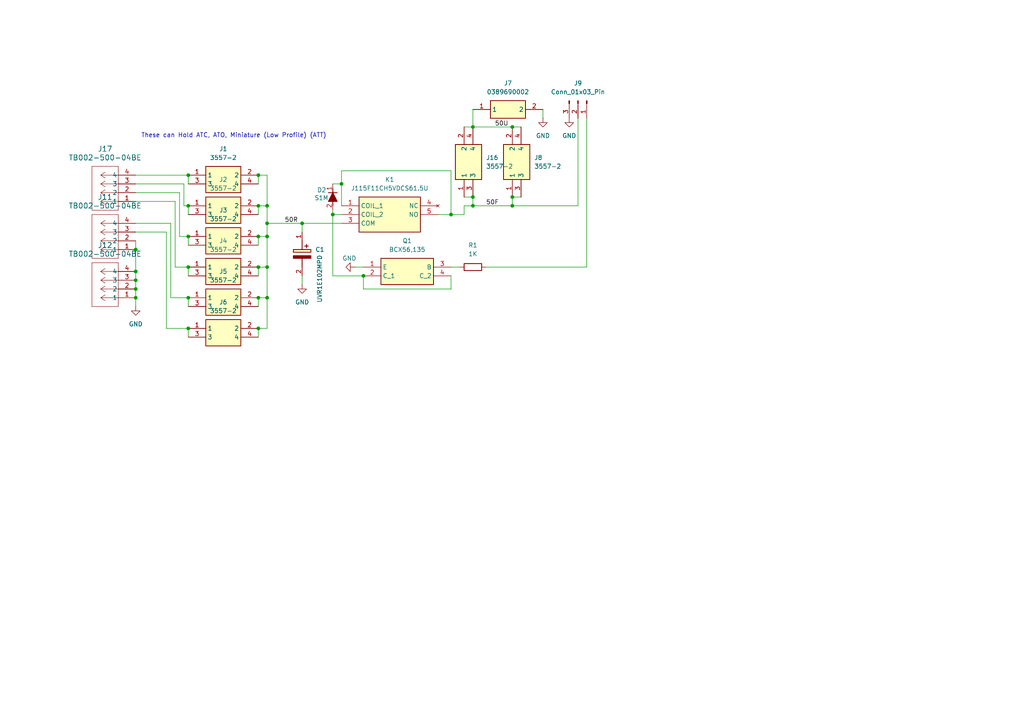
<source format=kicad_sch>
(kicad_sch
	(version 20231120)
	(generator "eeschema")
	(generator_version "8.0")
	(uuid "62aa0f20-cf9c-44ed-8f8b-d852f912cf95")
	(paper "A4")
	(lib_symbols
		(symbol "Connector:Conn_01x03_Pin"
			(pin_names
				(offset 1.016) hide)
			(exclude_from_sim no)
			(in_bom yes)
			(on_board yes)
			(property "Reference" "J"
				(at 0 5.08 0)
				(effects
					(font
						(size 1.27 1.27)
					)
				)
			)
			(property "Value" "Conn_01x03_Pin"
				(at 0 -5.08 0)
				(effects
					(font
						(size 1.27 1.27)
					)
				)
			)
			(property "Footprint" ""
				(at 0 0 0)
				(effects
					(font
						(size 1.27 1.27)
					)
					(hide yes)
				)
			)
			(property "Datasheet" "~"
				(at 0 0 0)
				(effects
					(font
						(size 1.27 1.27)
					)
					(hide yes)
				)
			)
			(property "Description" "Generic connector, single row, 01x03, script generated"
				(at 0 0 0)
				(effects
					(font
						(size 1.27 1.27)
					)
					(hide yes)
				)
			)
			(property "ki_locked" ""
				(at 0 0 0)
				(effects
					(font
						(size 1.27 1.27)
					)
				)
			)
			(property "ki_keywords" "connector"
				(at 0 0 0)
				(effects
					(font
						(size 1.27 1.27)
					)
					(hide yes)
				)
			)
			(property "ki_fp_filters" "Connector*:*_1x??_*"
				(at 0 0 0)
				(effects
					(font
						(size 1.27 1.27)
					)
					(hide yes)
				)
			)
			(symbol "Conn_01x03_Pin_1_1"
				(polyline
					(pts
						(xy 1.27 -2.54) (xy 0.8636 -2.54)
					)
					(stroke
						(width 0.1524)
						(type default)
					)
					(fill
						(type none)
					)
				)
				(polyline
					(pts
						(xy 1.27 0) (xy 0.8636 0)
					)
					(stroke
						(width 0.1524)
						(type default)
					)
					(fill
						(type none)
					)
				)
				(polyline
					(pts
						(xy 1.27 2.54) (xy 0.8636 2.54)
					)
					(stroke
						(width 0.1524)
						(type default)
					)
					(fill
						(type none)
					)
				)
				(rectangle
					(start 0.8636 -2.413)
					(end 0 -2.667)
					(stroke
						(width 0.1524)
						(type default)
					)
					(fill
						(type outline)
					)
				)
				(rectangle
					(start 0.8636 0.127)
					(end 0 -0.127)
					(stroke
						(width 0.1524)
						(type default)
					)
					(fill
						(type outline)
					)
				)
				(rectangle
					(start 0.8636 2.667)
					(end 0 2.413)
					(stroke
						(width 0.1524)
						(type default)
					)
					(fill
						(type outline)
					)
				)
				(pin passive line
					(at 5.08 2.54 180)
					(length 3.81)
					(name "Pin_1"
						(effects
							(font
								(size 1.27 1.27)
							)
						)
					)
					(number "1"
						(effects
							(font
								(size 1.27 1.27)
							)
						)
					)
				)
				(pin passive line
					(at 5.08 0 180)
					(length 3.81)
					(name "Pin_2"
						(effects
							(font
								(size 1.27 1.27)
							)
						)
					)
					(number "2"
						(effects
							(font
								(size 1.27 1.27)
							)
						)
					)
				)
				(pin passive line
					(at 5.08 -2.54 180)
					(length 3.81)
					(name "Pin_3"
						(effects
							(font
								(size 1.27 1.27)
							)
						)
					)
					(number "3"
						(effects
							(font
								(size 1.27 1.27)
							)
						)
					)
				)
			)
		)
		(symbol "Device:R"
			(pin_numbers hide)
			(pin_names
				(offset 0)
			)
			(exclude_from_sim no)
			(in_bom yes)
			(on_board yes)
			(property "Reference" "R"
				(at 2.032 0 90)
				(effects
					(font
						(size 1.27 1.27)
					)
				)
			)
			(property "Value" "R"
				(at 0 0 90)
				(effects
					(font
						(size 1.27 1.27)
					)
				)
			)
			(property "Footprint" ""
				(at -1.778 0 90)
				(effects
					(font
						(size 1.27 1.27)
					)
					(hide yes)
				)
			)
			(property "Datasheet" "~"
				(at 0 0 0)
				(effects
					(font
						(size 1.27 1.27)
					)
					(hide yes)
				)
			)
			(property "Description" "Resistor"
				(at 0 0 0)
				(effects
					(font
						(size 1.27 1.27)
					)
					(hide yes)
				)
			)
			(property "ki_keywords" "R res resistor"
				(at 0 0 0)
				(effects
					(font
						(size 1.27 1.27)
					)
					(hide yes)
				)
			)
			(property "ki_fp_filters" "R_*"
				(at 0 0 0)
				(effects
					(font
						(size 1.27 1.27)
					)
					(hide yes)
				)
			)
			(symbol "R_0_1"
				(rectangle
					(start -1.016 -2.54)
					(end 1.016 2.54)
					(stroke
						(width 0.254)
						(type default)
					)
					(fill
						(type none)
					)
				)
			)
			(symbol "R_1_1"
				(pin passive line
					(at 0 3.81 270)
					(length 1.27)
					(name "~"
						(effects
							(font
								(size 1.27 1.27)
							)
						)
					)
					(number "1"
						(effects
							(font
								(size 1.27 1.27)
							)
						)
					)
				)
				(pin passive line
					(at 0 -3.81 90)
					(length 1.27)
					(name "~"
						(effects
							(font
								(size 1.27 1.27)
							)
						)
					)
					(number "2"
						(effects
							(font
								(size 1.27 1.27)
							)
						)
					)
				)
			)
		)
		(symbol "SamacSys_Parts:0389690002"
			(exclude_from_sim no)
			(in_bom yes)
			(on_board yes)
			(property "Reference" "J"
				(at 16.51 7.62 0)
				(effects
					(font
						(size 1.27 1.27)
					)
					(justify left top)
				)
			)
			(property "Value" "0389690002"
				(at 16.51 5.08 0)
				(effects
					(font
						(size 1.27 1.27)
					)
					(justify left top)
				)
			)
			(property "Footprint" "0389690002"
				(at 16.51 -94.92 0)
				(effects
					(font
						(size 1.27 1.27)
					)
					(justify left top)
					(hide yes)
				)
			)
			(property "Datasheet" "https://datasheet.datasheetarchive.com/originals/distributors/Datasheets-DGA23/1526058.pdf"
				(at 16.51 -194.92 0)
				(effects
					(font
						(size 1.27 1.27)
					)
					(justify left top)
					(hide yes)
				)
			)
			(property "Description" "Barrier Terminal Blocks .250 TRI BARRIER 02P"
				(at 0 0 0)
				(effects
					(font
						(size 1.27 1.27)
					)
					(hide yes)
				)
			)
			(property "Height" "22.9"
				(at 16.51 -394.92 0)
				(effects
					(font
						(size 1.27 1.27)
					)
					(justify left top)
					(hide yes)
				)
			)
			(property "Manufacturer_Name" "Molex"
				(at 16.51 -494.92 0)
				(effects
					(font
						(size 1.27 1.27)
					)
					(justify left top)
					(hide yes)
				)
			)
			(property "Manufacturer_Part_Number" "0389690002"
				(at 16.51 -594.92 0)
				(effects
					(font
						(size 1.27 1.27)
					)
					(justify left top)
					(hide yes)
				)
			)
			(property "Mouser Part Number" "N/A"
				(at 16.51 -694.92 0)
				(effects
					(font
						(size 1.27 1.27)
					)
					(justify left top)
					(hide yes)
				)
			)
			(property "Mouser Price/Stock" "https://www.mouser.co.uk/ProductDetail/Molex/0389690002?qs=kxSDgj%2F7uuk2peGCxlu7bA%3D%3D"
				(at 16.51 -794.92 0)
				(effects
					(font
						(size 1.27 1.27)
					)
					(justify left top)
					(hide yes)
				)
			)
			(property "Arrow Part Number" "0389690002"
				(at 16.51 -894.92 0)
				(effects
					(font
						(size 1.27 1.27)
					)
					(justify left top)
					(hide yes)
				)
			)
			(property "Arrow Price/Stock" "null?utm_currency=USD&region=nac"
				(at 16.51 -994.92 0)
				(effects
					(font
						(size 1.27 1.27)
					)
					(justify left top)
					(hide yes)
				)
			)
			(symbol "0389690002_1_1"
				(rectangle
					(start 5.08 2.54)
					(end 15.24 -2.54)
					(stroke
						(width 0.254)
						(type default)
					)
					(fill
						(type background)
					)
				)
				(pin passive line
					(at 0 0 0)
					(length 5.08)
					(name "1"
						(effects
							(font
								(size 1.27 1.27)
							)
						)
					)
					(number "1"
						(effects
							(font
								(size 1.27 1.27)
							)
						)
					)
				)
				(pin passive line
					(at 20.32 0 180)
					(length 5.08)
					(name "2"
						(effects
							(font
								(size 1.27 1.27)
							)
						)
					)
					(number "2"
						(effects
							(font
								(size 1.27 1.27)
							)
						)
					)
				)
			)
		)
		(symbol "SamacSys_Parts:3557-2"
			(exclude_from_sim no)
			(in_bom yes)
			(on_board yes)
			(property "Reference" "J"
				(at 16.51 7.62 0)
				(effects
					(font
						(size 1.27 1.27)
					)
					(justify left top)
				)
			)
			(property "Value" "3557-2"
				(at 16.51 5.08 0)
				(effects
					(font
						(size 1.27 1.27)
					)
					(justify left top)
				)
			)
			(property "Footprint" "3557-2"
				(at 16.51 -94.92 0)
				(effects
					(font
						(size 1.27 1.27)
					)
					(justify left top)
					(hide yes)
				)
			)
			(property "Datasheet" "http://www.keyelco.com/product-pdf.cfm?p=296"
				(at 16.51 -194.92 0)
				(effects
					(font
						(size 1.27 1.27)
					)
					(justify left top)
					(hide yes)
				)
			)
			(property "Description" "THM 2 in 1 Auto Blade Holder P/N 3557-2"
				(at 0 0 0)
				(effects
					(font
						(size 1.27 1.27)
					)
					(hide yes)
				)
			)
			(property "Height" ""
				(at 16.51 -394.92 0)
				(effects
					(font
						(size 1.27 1.27)
					)
					(justify left top)
					(hide yes)
				)
			)
			(property "Mouser Part Number" "534-3557-2"
				(at 16.51 -494.92 0)
				(effects
					(font
						(size 1.27 1.27)
					)
					(justify left top)
					(hide yes)
				)
			)
			(property "Mouser Price/Stock" "https://www.mouser.co.uk/ProductDetail/Keystone-Electronics/3557-2?qs=cxy41lVAGV%2FfbyASjpXK1g%3D%3D"
				(at 16.51 -594.92 0)
				(effects
					(font
						(size 1.27 1.27)
					)
					(justify left top)
					(hide yes)
				)
			)
			(property "Manufacturer_Name" "Keystone Electronics"
				(at 16.51 -694.92 0)
				(effects
					(font
						(size 1.27 1.27)
					)
					(justify left top)
					(hide yes)
				)
			)
			(property "Manufacturer_Part_Number" "3557-2"
				(at 16.51 -794.92 0)
				(effects
					(font
						(size 1.27 1.27)
					)
					(justify left top)
					(hide yes)
				)
			)
			(symbol "3557-2_1_1"
				(rectangle
					(start 5.08 2.54)
					(end 15.24 -5.08)
					(stroke
						(width 0.254)
						(type default)
					)
					(fill
						(type background)
					)
				)
				(pin passive line
					(at 0 0 0)
					(length 5.08)
					(name "1"
						(effects
							(font
								(size 1.27 1.27)
							)
						)
					)
					(number "1"
						(effects
							(font
								(size 1.27 1.27)
							)
						)
					)
				)
				(pin passive line
					(at 20.32 0 180)
					(length 5.08)
					(name "2"
						(effects
							(font
								(size 1.27 1.27)
							)
						)
					)
					(number "2"
						(effects
							(font
								(size 1.27 1.27)
							)
						)
					)
				)
				(pin passive line
					(at 0 -2.54 0)
					(length 5.08)
					(name "3"
						(effects
							(font
								(size 1.27 1.27)
							)
						)
					)
					(number "3"
						(effects
							(font
								(size 1.27 1.27)
							)
						)
					)
				)
				(pin passive line
					(at 20.32 -2.54 180)
					(length 5.08)
					(name "4"
						(effects
							(font
								(size 1.27 1.27)
							)
						)
					)
					(number "4"
						(effects
							(font
								(size 1.27 1.27)
							)
						)
					)
				)
			)
		)
		(symbol "SamacSys_Parts:BCX56,135"
			(exclude_from_sim no)
			(in_bom yes)
			(on_board yes)
			(property "Reference" "Q"
				(at 21.59 7.62 0)
				(effects
					(font
						(size 1.27 1.27)
					)
					(justify left top)
				)
			)
			(property "Value" "BCX56,135"
				(at 21.59 5.08 0)
				(effects
					(font
						(size 1.27 1.27)
					)
					(justify left top)
				)
			)
			(property "Footprint" "PBSS4360XX"
				(at 21.59 -94.92 0)
				(effects
					(font
						(size 1.27 1.27)
					)
					(justify left top)
					(hide yes)
				)
			)
			(property "Datasheet" "https://assets.nexperia.com/documents/data-sheet/BCX56_SER.pdf"
				(at 21.59 -194.92 0)
				(effects
					(font
						(size 1.27 1.27)
					)
					(justify left top)
					(hide yes)
				)
			)
			(property "Description" "BCX56-Q series - 80 V, 1 A NPN medium power transistors@en-us"
				(at 0 0 0)
				(effects
					(font
						(size 1.27 1.27)
					)
					(hide yes)
				)
			)
			(property "Height" ""
				(at 21.59 -394.92 0)
				(effects
					(font
						(size 1.27 1.27)
					)
					(justify left top)
					(hide yes)
				)
			)
			(property "Manufacturer_Name" "Nexperia"
				(at 21.59 -494.92 0)
				(effects
					(font
						(size 1.27 1.27)
					)
					(justify left top)
					(hide yes)
				)
			)
			(property "Manufacturer_Part_Number" "BCX56,135"
				(at 21.59 -594.92 0)
				(effects
					(font
						(size 1.27 1.27)
					)
					(justify left top)
					(hide yes)
				)
			)
			(property "Mouser Part Number" "771-BCX56135"
				(at 21.59 -694.92 0)
				(effects
					(font
						(size 1.27 1.27)
					)
					(justify left top)
					(hide yes)
				)
			)
			(property "Mouser Price/Stock" "https://www.mouser.co.uk/ProductDetail/Nexperia/BCX56135?qs=me8TqzrmIYVGn5CbKWYVpA%3D%3D"
				(at 21.59 -794.92 0)
				(effects
					(font
						(size 1.27 1.27)
					)
					(justify left top)
					(hide yes)
				)
			)
			(property "Arrow Part Number" "BCX56,135"
				(at 21.59 -894.92 0)
				(effects
					(font
						(size 1.27 1.27)
					)
					(justify left top)
					(hide yes)
				)
			)
			(property "Arrow Price/Stock" "https://www.arrow.com/en/products/bcx56135/nexperia?region=nac"
				(at 21.59 -994.92 0)
				(effects
					(font
						(size 1.27 1.27)
					)
					(justify left top)
					(hide yes)
				)
			)
			(symbol "BCX56,135_1_1"
				(rectangle
					(start 5.08 2.54)
					(end 20.32 -5.08)
					(stroke
						(width 0.254)
						(type default)
					)
					(fill
						(type background)
					)
				)
				(pin passive line
					(at 0 0 0)
					(length 5.08)
					(name "E"
						(effects
							(font
								(size 1.27 1.27)
							)
						)
					)
					(number "1"
						(effects
							(font
								(size 1.27 1.27)
							)
						)
					)
				)
				(pin passive line
					(at 0 -2.54 0)
					(length 5.08)
					(name "C_1"
						(effects
							(font
								(size 1.27 1.27)
							)
						)
					)
					(number "2"
						(effects
							(font
								(size 1.27 1.27)
							)
						)
					)
				)
				(pin passive line
					(at 25.4 0 180)
					(length 5.08)
					(name "B"
						(effects
							(font
								(size 1.27 1.27)
							)
						)
					)
					(number "3"
						(effects
							(font
								(size 1.27 1.27)
							)
						)
					)
				)
				(pin passive line
					(at 25.4 -2.54 180)
					(length 5.08)
					(name "C_2"
						(effects
							(font
								(size 1.27 1.27)
							)
						)
					)
					(number "4"
						(effects
							(font
								(size 1.27 1.27)
							)
						)
					)
				)
			)
		)
		(symbol "SamacSys_Parts:J115F11CH5VDCS61.5U"
			(exclude_from_sim no)
			(in_bom yes)
			(on_board yes)
			(property "Reference" "K"
				(at 24.13 7.62 0)
				(effects
					(font
						(size 1.27 1.27)
					)
					(justify left top)
				)
			)
			(property "Value" "J115F11CH5VDCS61.5U"
				(at 24.13 5.08 0)
				(effects
					(font
						(size 1.27 1.27)
					)
					(justify left top)
				)
			)
			(property "Footprint" "J115F11CH5VDCS615U"
				(at 24.13 -94.92 0)
				(effects
					(font
						(size 1.27 1.27)
					)
					(justify left top)
					(hide yes)
				)
			)
			(property "Datasheet" "https://www.citrelay.com/Catalog Pages/RelayCatalog/J115F1.pdf"
				(at 24.13 -194.92 0)
				(effects
					(font
						(size 1.27 1.27)
					)
					(justify left top)
					(hide yes)
				)
			)
			(property "Description" "RELAY GEN PURPOSE SPDT 50A 5V"
				(at 0 0 0)
				(effects
					(font
						(size 1.27 1.27)
					)
					(hide yes)
				)
			)
			(property "Height" "20.3"
				(at 24.13 -394.92 0)
				(effects
					(font
						(size 1.27 1.27)
					)
					(justify left top)
					(hide yes)
				)
			)
			(property "Manufacturer_Name" "CIT Relay & Switch"
				(at 24.13 -494.92 0)
				(effects
					(font
						(size 1.27 1.27)
					)
					(justify left top)
					(hide yes)
				)
			)
			(property "Manufacturer_Part_Number" "J115F11CH5VDCS61.5U"
				(at 24.13 -594.92 0)
				(effects
					(font
						(size 1.27 1.27)
					)
					(justify left top)
					(hide yes)
				)
			)
			(property "Mouser Part Number" ""
				(at 24.13 -694.92 0)
				(effects
					(font
						(size 1.27 1.27)
					)
					(justify left top)
					(hide yes)
				)
			)
			(property "Mouser Price/Stock" ""
				(at 24.13 -794.92 0)
				(effects
					(font
						(size 1.27 1.27)
					)
					(justify left top)
					(hide yes)
				)
			)
			(property "Arrow Part Number" ""
				(at 24.13 -894.92 0)
				(effects
					(font
						(size 1.27 1.27)
					)
					(justify left top)
					(hide yes)
				)
			)
			(property "Arrow Price/Stock" ""
				(at 24.13 -994.92 0)
				(effects
					(font
						(size 1.27 1.27)
					)
					(justify left top)
					(hide yes)
				)
			)
			(symbol "J115F11CH5VDCS61.5U_1_1"
				(rectangle
					(start 5.08 2.54)
					(end 22.86 -7.62)
					(stroke
						(width 0.254)
						(type default)
					)
					(fill
						(type background)
					)
				)
				(pin passive line
					(at 0 0 0)
					(length 5.08)
					(name "COIL_1"
						(effects
							(font
								(size 1.27 1.27)
							)
						)
					)
					(number "1"
						(effects
							(font
								(size 1.27 1.27)
							)
						)
					)
				)
				(pin passive line
					(at 0 -2.54 0)
					(length 5.08)
					(name "COIL_2"
						(effects
							(font
								(size 1.27 1.27)
							)
						)
					)
					(number "2"
						(effects
							(font
								(size 1.27 1.27)
							)
						)
					)
				)
				(pin passive line
					(at 0 -5.08 0)
					(length 5.08)
					(name "COM"
						(effects
							(font
								(size 1.27 1.27)
							)
						)
					)
					(number "3"
						(effects
							(font
								(size 1.27 1.27)
							)
						)
					)
				)
				(pin no_connect line
					(at 27.94 0 180)
					(length 5.08)
					(name "NC"
						(effects
							(font
								(size 1.27 1.27)
							)
						)
					)
					(number "4"
						(effects
							(font
								(size 1.27 1.27)
							)
						)
					)
				)
				(pin passive line
					(at 27.94 -2.54 180)
					(length 5.08)
					(name "NO"
						(effects
							(font
								(size 1.27 1.27)
							)
						)
					)
					(number "5"
						(effects
							(font
								(size 1.27 1.27)
							)
						)
					)
				)
			)
		)
		(symbol "SamacSys_Parts:S1M"
			(pin_names hide)
			(exclude_from_sim no)
			(in_bom yes)
			(on_board yes)
			(property "Reference" "D2"
				(at 1.778 2.54 90)
				(effects
					(font
						(size 1.27 1.27)
					)
					(justify left)
				)
			)
			(property "Value" "S1M"
				(at 4.318 2.54 90)
				(effects
					(font
						(size 1.27 1.27)
					)
					(justify left)
				)
			)
			(property "Footprint" "DIOM5336X240N"
				(at 11.43 -97.46 0)
				(effects
					(font
						(size 1.27 1.27)
					)
					(justify left top)
					(hide yes)
				)
			)
			(property "Datasheet" "https://www.tme.com/Document/778b621937d365eccfa8eca128c210d3/s1a_s1m.pdf"
				(at 11.43 -197.46 0)
				(effects
					(font
						(size 1.27 1.27)
					)
					(justify left top)
					(hide yes)
				)
			)
			(property "Description" "GENERAL PURPOSE SILICON RECTIFIER"
				(at 0 0 0)
				(effects
					(font
						(size 1.27 1.27)
					)
					(hide yes)
				)
			)
			(property "Height" "2.4"
				(at 11.43 -397.46 0)
				(effects
					(font
						(size 1.27 1.27)
					)
					(justify left top)
					(hide yes)
				)
			)
			(property "Manufacturer_Name" "DC COMPONENTS CO., LTD"
				(at 11.43 -497.46 0)
				(effects
					(font
						(size 1.27 1.27)
					)
					(justify left top)
					(hide yes)
				)
			)
			(property "Manufacturer_Part_Number" "S1M"
				(at 11.43 -597.46 0)
				(effects
					(font
						(size 1.27 1.27)
					)
					(justify left top)
					(hide yes)
				)
			)
			(property "Mouser Part Number" ""
				(at 11.43 -697.46 0)
				(effects
					(font
						(size 1.27 1.27)
					)
					(justify left top)
					(hide yes)
				)
			)
			(property "Mouser Price/Stock" ""
				(at 11.43 -797.46 0)
				(effects
					(font
						(size 1.27 1.27)
					)
					(justify left top)
					(hide yes)
				)
			)
			(property "Arrow Part Number" ""
				(at 11.43 -897.46 0)
				(effects
					(font
						(size 1.27 1.27)
					)
					(justify left top)
					(hide yes)
				)
			)
			(property "Arrow Price/Stock" ""
				(at 11.43 -997.46 0)
				(effects
					(font
						(size 1.27 1.27)
					)
					(justify left top)
					(hide yes)
				)
			)
			(symbol "S1M_1_1"
				(polyline
					(pts
						(xy 1.27 0) (xy 2.54 0)
					)
					(stroke
						(width 0.254)
						(type default)
					)
					(fill
						(type none)
					)
				)
				(polyline
					(pts
						(xy 2.54 1.27) (xy 2.54 -1.27)
					)
					(stroke
						(width 0.254)
						(type default)
					)
					(fill
						(type none)
					)
				)
				(polyline
					(pts
						(xy 5.08 0) (xy 6.35 0)
					)
					(stroke
						(width 0.254)
						(type default)
					)
					(fill
						(type none)
					)
				)
				(polyline
					(pts
						(xy 2.54 0) (xy 5.08 1.27) (xy 5.08 -1.27) (xy 2.54 0)
					)
					(stroke
						(width 0.254)
						(type default)
					)
					(fill
						(type outline)
					)
				)
				(pin passive line
					(at 0 0 0)
					(length 2.54)
					(name "K"
						(effects
							(font
								(size 1.27 1.27)
							)
						)
					)
					(number "1"
						(effects
							(font
								(size 1.27 1.27)
							)
						)
					)
				)
				(pin passive line
					(at 7.62 0 180)
					(length 2.54)
					(name "A"
						(effects
							(font
								(size 1.27 1.27)
							)
						)
					)
					(number "2"
						(effects
							(font
								(size 1.27 1.27)
							)
						)
					)
				)
			)
		)
		(symbol "SamacSys_Parts:TB002-500-04BE"
			(pin_names
				(offset 0.254)
			)
			(exclude_from_sim no)
			(in_bom yes)
			(on_board yes)
			(property "Reference" "J"
				(at 8.89 6.35 0)
				(effects
					(font
						(size 1.524 1.524)
					)
				)
			)
			(property "Value" "TB002-500-04BE"
				(at 0 0 0)
				(effects
					(font
						(size 1.524 1.524)
					)
				)
			)
			(property "Footprint" "CONN4_TB002-500_787x299_CUD"
				(at 0 0 0)
				(effects
					(font
						(size 1.27 1.27)
						(italic yes)
					)
					(hide yes)
				)
			)
			(property "Datasheet" "TB002-500-04BE"
				(at 0 0 0)
				(effects
					(font
						(size 1.27 1.27)
						(italic yes)
					)
					(hide yes)
				)
			)
			(property "Description" ""
				(at 0 0 0)
				(effects
					(font
						(size 1.27 1.27)
					)
					(hide yes)
				)
			)
			(property "ki_locked" ""
				(at 0 0 0)
				(effects
					(font
						(size 1.27 1.27)
					)
				)
			)
			(property "ki_keywords" "TB002-500-04BE"
				(at 0 0 0)
				(effects
					(font
						(size 1.27 1.27)
					)
					(hide yes)
				)
			)
			(property "ki_fp_filters" "CONN4_TB002-500_787x299_CUD"
				(at 0 0 0)
				(effects
					(font
						(size 1.27 1.27)
					)
					(hide yes)
				)
			)
			(symbol "TB002-500-04BE_1_1"
				(polyline
					(pts
						(xy 5.08 -10.16) (xy 12.7 -10.16)
					)
					(stroke
						(width 0.127)
						(type default)
					)
					(fill
						(type none)
					)
				)
				(polyline
					(pts
						(xy 5.08 2.54) (xy 5.08 -10.16)
					)
					(stroke
						(width 0.127)
						(type default)
					)
					(fill
						(type none)
					)
				)
				(polyline
					(pts
						(xy 10.16 -7.62) (xy 5.08 -7.62)
					)
					(stroke
						(width 0.127)
						(type default)
					)
					(fill
						(type none)
					)
				)
				(polyline
					(pts
						(xy 10.16 -7.62) (xy 8.89 -8.4667)
					)
					(stroke
						(width 0.127)
						(type default)
					)
					(fill
						(type none)
					)
				)
				(polyline
					(pts
						(xy 10.16 -7.62) (xy 8.89 -6.7733)
					)
					(stroke
						(width 0.127)
						(type default)
					)
					(fill
						(type none)
					)
				)
				(polyline
					(pts
						(xy 10.16 -5.08) (xy 5.08 -5.08)
					)
					(stroke
						(width 0.127)
						(type default)
					)
					(fill
						(type none)
					)
				)
				(polyline
					(pts
						(xy 10.16 -5.08) (xy 8.89 -5.9267)
					)
					(stroke
						(width 0.127)
						(type default)
					)
					(fill
						(type none)
					)
				)
				(polyline
					(pts
						(xy 10.16 -5.08) (xy 8.89 -4.2333)
					)
					(stroke
						(width 0.127)
						(type default)
					)
					(fill
						(type none)
					)
				)
				(polyline
					(pts
						(xy 10.16 -2.54) (xy 5.08 -2.54)
					)
					(stroke
						(width 0.127)
						(type default)
					)
					(fill
						(type none)
					)
				)
				(polyline
					(pts
						(xy 10.16 -2.54) (xy 8.89 -3.3867)
					)
					(stroke
						(width 0.127)
						(type default)
					)
					(fill
						(type none)
					)
				)
				(polyline
					(pts
						(xy 10.16 -2.54) (xy 8.89 -1.6933)
					)
					(stroke
						(width 0.127)
						(type default)
					)
					(fill
						(type none)
					)
				)
				(polyline
					(pts
						(xy 10.16 0) (xy 5.08 0)
					)
					(stroke
						(width 0.127)
						(type default)
					)
					(fill
						(type none)
					)
				)
				(polyline
					(pts
						(xy 10.16 0) (xy 8.89 -0.8467)
					)
					(stroke
						(width 0.127)
						(type default)
					)
					(fill
						(type none)
					)
				)
				(polyline
					(pts
						(xy 10.16 0) (xy 8.89 0.8467)
					)
					(stroke
						(width 0.127)
						(type default)
					)
					(fill
						(type none)
					)
				)
				(polyline
					(pts
						(xy 12.7 -10.16) (xy 12.7 2.54)
					)
					(stroke
						(width 0.127)
						(type default)
					)
					(fill
						(type none)
					)
				)
				(polyline
					(pts
						(xy 12.7 2.54) (xy 5.08 2.54)
					)
					(stroke
						(width 0.127)
						(type default)
					)
					(fill
						(type none)
					)
				)
				(pin unspecified line
					(at 0 0 0)
					(length 5.08)
					(name "1"
						(effects
							(font
								(size 1.27 1.27)
							)
						)
					)
					(number "1"
						(effects
							(font
								(size 1.27 1.27)
							)
						)
					)
				)
				(pin unspecified line
					(at 0 -2.54 0)
					(length 5.08)
					(name "2"
						(effects
							(font
								(size 1.27 1.27)
							)
						)
					)
					(number "2"
						(effects
							(font
								(size 1.27 1.27)
							)
						)
					)
				)
				(pin unspecified line
					(at 0 -5.08 0)
					(length 5.08)
					(name "3"
						(effects
							(font
								(size 1.27 1.27)
							)
						)
					)
					(number "3"
						(effects
							(font
								(size 1.27 1.27)
							)
						)
					)
				)
				(pin unspecified line
					(at 0 -7.62 0)
					(length 5.08)
					(name "4"
						(effects
							(font
								(size 1.27 1.27)
							)
						)
					)
					(number "4"
						(effects
							(font
								(size 1.27 1.27)
							)
						)
					)
				)
			)
			(symbol "TB002-500-04BE_1_2"
				(polyline
					(pts
						(xy 5.08 -10.16) (xy 12.7 -10.16)
					)
					(stroke
						(width 0.127)
						(type default)
					)
					(fill
						(type none)
					)
				)
				(polyline
					(pts
						(xy 5.08 2.54) (xy 5.08 -10.16)
					)
					(stroke
						(width 0.127)
						(type default)
					)
					(fill
						(type none)
					)
				)
				(polyline
					(pts
						(xy 7.62 -7.62) (xy 5.08 -7.62)
					)
					(stroke
						(width 0.127)
						(type default)
					)
					(fill
						(type none)
					)
				)
				(polyline
					(pts
						(xy 7.62 -7.62) (xy 8.89 -8.4667)
					)
					(stroke
						(width 0.127)
						(type default)
					)
					(fill
						(type none)
					)
				)
				(polyline
					(pts
						(xy 7.62 -7.62) (xy 8.89 -6.7733)
					)
					(stroke
						(width 0.127)
						(type default)
					)
					(fill
						(type none)
					)
				)
				(polyline
					(pts
						(xy 7.62 -5.08) (xy 5.08 -5.08)
					)
					(stroke
						(width 0.127)
						(type default)
					)
					(fill
						(type none)
					)
				)
				(polyline
					(pts
						(xy 7.62 -5.08) (xy 8.89 -5.9267)
					)
					(stroke
						(width 0.127)
						(type default)
					)
					(fill
						(type none)
					)
				)
				(polyline
					(pts
						(xy 7.62 -5.08) (xy 8.89 -4.2333)
					)
					(stroke
						(width 0.127)
						(type default)
					)
					(fill
						(type none)
					)
				)
				(polyline
					(pts
						(xy 7.62 -2.54) (xy 5.08 -2.54)
					)
					(stroke
						(width 0.127)
						(type default)
					)
					(fill
						(type none)
					)
				)
				(polyline
					(pts
						(xy 7.62 -2.54) (xy 8.89 -3.3867)
					)
					(stroke
						(width 0.127)
						(type default)
					)
					(fill
						(type none)
					)
				)
				(polyline
					(pts
						(xy 7.62 -2.54) (xy 8.89 -1.6933)
					)
					(stroke
						(width 0.127)
						(type default)
					)
					(fill
						(type none)
					)
				)
				(polyline
					(pts
						(xy 7.62 0) (xy 5.08 0)
					)
					(stroke
						(width 0.127)
						(type default)
					)
					(fill
						(type none)
					)
				)
				(polyline
					(pts
						(xy 7.62 0) (xy 8.89 -0.8467)
					)
					(stroke
						(width 0.127)
						(type default)
					)
					(fill
						(type none)
					)
				)
				(polyline
					(pts
						(xy 7.62 0) (xy 8.89 0.8467)
					)
					(stroke
						(width 0.127)
						(type default)
					)
					(fill
						(type none)
					)
				)
				(polyline
					(pts
						(xy 12.7 -10.16) (xy 12.7 2.54)
					)
					(stroke
						(width 0.127)
						(type default)
					)
					(fill
						(type none)
					)
				)
				(polyline
					(pts
						(xy 12.7 2.54) (xy 5.08 2.54)
					)
					(stroke
						(width 0.127)
						(type default)
					)
					(fill
						(type none)
					)
				)
				(pin unspecified line
					(at 0 0 0)
					(length 5.08)
					(name "1"
						(effects
							(font
								(size 1.27 1.27)
							)
						)
					)
					(number "1"
						(effects
							(font
								(size 1.27 1.27)
							)
						)
					)
				)
				(pin unspecified line
					(at 0 -2.54 0)
					(length 5.08)
					(name "2"
						(effects
							(font
								(size 1.27 1.27)
							)
						)
					)
					(number "2"
						(effects
							(font
								(size 1.27 1.27)
							)
						)
					)
				)
				(pin unspecified line
					(at 0 -5.08 0)
					(length 5.08)
					(name "3"
						(effects
							(font
								(size 1.27 1.27)
							)
						)
					)
					(number "3"
						(effects
							(font
								(size 1.27 1.27)
							)
						)
					)
				)
				(pin unspecified line
					(at 0 -7.62 0)
					(length 5.08)
					(name "4"
						(effects
							(font
								(size 1.27 1.27)
							)
						)
					)
					(number "4"
						(effects
							(font
								(size 1.27 1.27)
							)
						)
					)
				)
			)
		)
		(symbol "SamacSys_Parts:UVR1E102MPD"
			(pin_names hide)
			(exclude_from_sim no)
			(in_bom yes)
			(on_board yes)
			(property "Reference" "C"
				(at 8.89 6.35 0)
				(effects
					(font
						(size 1.27 1.27)
					)
					(justify left top)
				)
			)
			(property "Value" "UVR1E102MPD"
				(at 8.89 3.81 0)
				(effects
					(font
						(size 1.27 1.27)
					)
					(justify left top)
				)
			)
			(property "Footprint" "CAPPRD500W60D1025H2200"
				(at 8.89 -96.19 0)
				(effects
					(font
						(size 1.27 1.27)
					)
					(justify left top)
					(hide yes)
				)
			)
			(property "Datasheet" "https://componentsearchengine.com/Datasheets/1/UVR1E102MPD.pdf"
				(at 8.89 -196.19 0)
				(effects
					(font
						(size 1.27 1.27)
					)
					(justify left top)
					(hide yes)
				)
			)
			(property "Description" "Nichicon 1000uF Electrolytic Capacitor 25V dc Through Hole - UVR1E102MPD"
				(at 0 0 0)
				(effects
					(font
						(size 1.27 1.27)
					)
					(hide yes)
				)
			)
			(property "Height" "22"
				(at 8.89 -396.19 0)
				(effects
					(font
						(size 1.27 1.27)
					)
					(justify left top)
					(hide yes)
				)
			)
			(property "Manufacturer_Name" "Nichicon"
				(at 8.89 -496.19 0)
				(effects
					(font
						(size 1.27 1.27)
					)
					(justify left top)
					(hide yes)
				)
			)
			(property "Manufacturer_Part_Number" "UVR1E102MPD"
				(at 8.89 -596.19 0)
				(effects
					(font
						(size 1.27 1.27)
					)
					(justify left top)
					(hide yes)
				)
			)
			(property "Mouser Part Number" "647-UVR1E102MPD"
				(at 8.89 -696.19 0)
				(effects
					(font
						(size 1.27 1.27)
					)
					(justify left top)
					(hide yes)
				)
			)
			(property "Mouser Price/Stock" "https://www.mouser.co.uk/ProductDetail/Nichicon/UVR1E102MPD?qs=ju8jwRstkysx%252B%2FoLcchcfA%3D%3D"
				(at 8.89 -796.19 0)
				(effects
					(font
						(size 1.27 1.27)
					)
					(justify left top)
					(hide yes)
				)
			)
			(property "Arrow Part Number" "UVR1E102MPD"
				(at 8.89 -896.19 0)
				(effects
					(font
						(size 1.27 1.27)
					)
					(justify left top)
					(hide yes)
				)
			)
			(property "Arrow Price/Stock" "https://www.arrow.com/en/products/uvr1e102mpd/nichicon"
				(at 8.89 -996.19 0)
				(effects
					(font
						(size 1.27 1.27)
					)
					(justify left top)
					(hide yes)
				)
			)
			(symbol "UVR1E102MPD_1_1"
				(polyline
					(pts
						(xy 2.54 0) (xy 5.08 0)
					)
					(stroke
						(width 0.254)
						(type default)
					)
					(fill
						(type none)
					)
				)
				(polyline
					(pts
						(xy 4.064 1.778) (xy 4.064 0.762)
					)
					(stroke
						(width 0.254)
						(type default)
					)
					(fill
						(type none)
					)
				)
				(polyline
					(pts
						(xy 4.572 1.27) (xy 3.556 1.27)
					)
					(stroke
						(width 0.254)
						(type default)
					)
					(fill
						(type none)
					)
				)
				(polyline
					(pts
						(xy 7.62 0) (xy 10.16 0)
					)
					(stroke
						(width 0.254)
						(type default)
					)
					(fill
						(type none)
					)
				)
				(polyline
					(pts
						(xy 7.62 2.54) (xy 7.62 -2.54) (xy 6.858 -2.54) (xy 6.858 2.54) (xy 7.62 2.54)
					)
					(stroke
						(width 0.254)
						(type default)
					)
					(fill
						(type outline)
					)
				)
				(rectangle
					(start 5.08 2.54)
					(end 5.842 -2.54)
					(stroke
						(width 0.254)
						(type default)
					)
					(fill
						(type background)
					)
				)
				(pin passive line
					(at 0 0 0)
					(length 2.54)
					(name "+"
						(effects
							(font
								(size 1.27 1.27)
							)
						)
					)
					(number "1"
						(effects
							(font
								(size 1.27 1.27)
							)
						)
					)
				)
				(pin passive line
					(at 12.7 0 180)
					(length 2.54)
					(name "-"
						(effects
							(font
								(size 1.27 1.27)
							)
						)
					)
					(number "2"
						(effects
							(font
								(size 1.27 1.27)
							)
						)
					)
				)
			)
		)
		(symbol "power:GND"
			(power)
			(pin_numbers hide)
			(pin_names
				(offset 0) hide)
			(exclude_from_sim no)
			(in_bom yes)
			(on_board yes)
			(property "Reference" "#PWR"
				(at 0 -6.35 0)
				(effects
					(font
						(size 1.27 1.27)
					)
					(hide yes)
				)
			)
			(property "Value" "GND"
				(at 0 -3.81 0)
				(effects
					(font
						(size 1.27 1.27)
					)
				)
			)
			(property "Footprint" ""
				(at 0 0 0)
				(effects
					(font
						(size 1.27 1.27)
					)
					(hide yes)
				)
			)
			(property "Datasheet" ""
				(at 0 0 0)
				(effects
					(font
						(size 1.27 1.27)
					)
					(hide yes)
				)
			)
			(property "Description" "Power symbol creates a global label with name \"GND\" , ground"
				(at 0 0 0)
				(effects
					(font
						(size 1.27 1.27)
					)
					(hide yes)
				)
			)
			(property "ki_keywords" "global power"
				(at 0 0 0)
				(effects
					(font
						(size 1.27 1.27)
					)
					(hide yes)
				)
			)
			(symbol "GND_0_1"
				(polyline
					(pts
						(xy 0 0) (xy 0 -1.27) (xy 1.27 -1.27) (xy 0 -2.54) (xy -1.27 -1.27) (xy 0 -1.27)
					)
					(stroke
						(width 0)
						(type default)
					)
					(fill
						(type none)
					)
				)
			)
			(symbol "GND_1_1"
				(pin power_in line
					(at 0 0 270)
					(length 0)
					(name "~"
						(effects
							(font
								(size 1.27 1.27)
							)
						)
					)
					(number "1"
						(effects
							(font
								(size 1.27 1.27)
							)
						)
					)
				)
			)
		)
	)
	(junction
		(at 74.93 77.47)
		(diameter 0)
		(color 0 0 0 0)
		(uuid "116903d7-5fc0-4438-9436-3264245fecb9")
	)
	(junction
		(at 39.37 72.39)
		(diameter 0)
		(color 0 0 0 0)
		(uuid "18866348-9e79-4cc8-a924-5fcd9ee6a579")
	)
	(junction
		(at 130.81 62.23)
		(diameter 0)
		(color 0 0 0 0)
		(uuid "1e4a1a69-b569-4ac8-b198-b319fa4558d0")
	)
	(junction
		(at 148.59 36.83)
		(diameter 0)
		(color 0 0 0 0)
		(uuid "3be81a29-5c91-4034-ab54-cd78e5fd7a04")
	)
	(junction
		(at 105.41 80.01)
		(diameter 0)
		(color 0 0 0 0)
		(uuid "484094fe-9f0c-4c56-bf24-bd6d1b4006cd")
	)
	(junction
		(at 77.47 86.36)
		(diameter 0)
		(color 0 0 0 0)
		(uuid "4a93dafe-74e6-4f3f-b5f4-0e97d4e5d5ac")
	)
	(junction
		(at 74.93 50.8)
		(diameter 0)
		(color 0 0 0 0)
		(uuid "5bc0567c-d730-4b33-9fa9-132aec9f0c7d")
	)
	(junction
		(at 77.47 59.69)
		(diameter 0)
		(color 0 0 0 0)
		(uuid "6611e91f-fabf-41ce-b28d-7bffefd262eb")
	)
	(junction
		(at 87.63 64.77)
		(diameter 0)
		(color 0 0 0 0)
		(uuid "665ed2e6-7643-4f87-9c11-84f3843a9210")
	)
	(junction
		(at 39.37 83.82)
		(diameter 0)
		(color 0 0 0 0)
		(uuid "7353793f-d38d-4148-a2db-55e4b26f7e11")
	)
	(junction
		(at 148.59 57.15)
		(diameter 0)
		(color 0 0 0 0)
		(uuid "740b4257-7f95-4016-aae8-f131b6a3cfb5")
	)
	(junction
		(at 54.61 68.58)
		(diameter 0)
		(color 0 0 0 0)
		(uuid "78db9a30-7fad-47b8-88e5-e69eaca6e589")
	)
	(junction
		(at 39.37 78.74)
		(diameter 0)
		(color 0 0 0 0)
		(uuid "7a4ca1a1-526a-4b08-9320-69f393116213")
	)
	(junction
		(at 137.16 57.15)
		(diameter 0)
		(color 0 0 0 0)
		(uuid "85ac2509-f079-40eb-adb1-7e15a0da7d4d")
	)
	(junction
		(at 54.61 59.69)
		(diameter 0)
		(color 0 0 0 0)
		(uuid "8a41797f-34ed-487a-bc4d-c2be7e327b1f")
	)
	(junction
		(at 77.47 77.47)
		(diameter 0)
		(color 0 0 0 0)
		(uuid "9a0325f5-125e-4557-a5ad-e69c206433b1")
	)
	(junction
		(at 54.61 77.47)
		(diameter 0)
		(color 0 0 0 0)
		(uuid "a46090ac-bd59-4809-a878-5289a50978d7")
	)
	(junction
		(at 148.59 59.69)
		(diameter 0)
		(color 0 0 0 0)
		(uuid "a5926e6a-685b-4103-90f4-2e9195674540")
	)
	(junction
		(at 77.47 68.58)
		(diameter 0)
		(color 0 0 0 0)
		(uuid "a7957af2-6d9c-4d35-af58-8e1acb8ebf93")
	)
	(junction
		(at 137.16 36.83)
		(diameter 0)
		(color 0 0 0 0)
		(uuid "ab10cbf7-4dd9-4ce9-a9af-ed79707b16ce")
	)
	(junction
		(at 74.93 68.58)
		(diameter 0)
		(color 0 0 0 0)
		(uuid "af86e8f1-7333-45bd-97de-9a504d035428")
	)
	(junction
		(at 54.61 50.8)
		(diameter 0)
		(color 0 0 0 0)
		(uuid "b09fae3d-5609-472d-943b-797610bda97c")
	)
	(junction
		(at 54.61 86.36)
		(diameter 0)
		(color 0 0 0 0)
		(uuid "b5e6ad0b-aab9-4973-8334-832696ac7876")
	)
	(junction
		(at 96.52 62.23)
		(diameter 0)
		(color 0 0 0 0)
		(uuid "b9825ad5-d804-4d1e-8849-4ea3a5d7cd4c")
	)
	(junction
		(at 74.93 59.69)
		(diameter 0)
		(color 0 0 0 0)
		(uuid "b9e6064e-e9a5-4732-afc0-6b830798aafe")
	)
	(junction
		(at 39.37 81.28)
		(diameter 0)
		(color 0 0 0 0)
		(uuid "bb9529d7-8bc8-4d7e-b084-ca2c4669a7a7")
	)
	(junction
		(at 74.93 86.36)
		(diameter 0)
		(color 0 0 0 0)
		(uuid "c89a681f-a4b3-4e1a-8339-ae34ff4a093b")
	)
	(junction
		(at 74.93 95.25)
		(diameter 0)
		(color 0 0 0 0)
		(uuid "cb5aaa6c-1019-472a-a262-f5af515060f8")
	)
	(junction
		(at 39.37 86.36)
		(diameter 0)
		(color 0 0 0 0)
		(uuid "d13c2242-5f6d-4805-9006-96e8c7e99be8")
	)
	(junction
		(at 54.61 95.25)
		(diameter 0)
		(color 0 0 0 0)
		(uuid "d7017f9a-b743-4aa2-9151-ce5589476bba")
	)
	(junction
		(at 77.47 64.77)
		(diameter 0)
		(color 0 0 0 0)
		(uuid "e30a800b-74ea-4c50-b104-7d3ca83f3972")
	)
	(junction
		(at 99.06 53.34)
		(diameter 0)
		(color 0 0 0 0)
		(uuid "e6b233da-8848-4c6f-a601-5464d6579451")
	)
	(junction
		(at 137.16 59.69)
		(diameter 0)
		(color 0 0 0 0)
		(uuid "eee30067-6cf3-4199-8c05-b48203480be1")
	)
	(wire
		(pts
			(xy 148.59 59.69) (xy 167.64 59.69)
		)
		(stroke
			(width 0)
			(type default)
		)
		(uuid "04d45039-b49f-4b39-a977-d4e266a3e7ae")
	)
	(wire
		(pts
			(xy 77.47 59.69) (xy 77.47 50.8)
		)
		(stroke
			(width 0)
			(type default)
		)
		(uuid "06f3a302-9b68-40c5-815c-0452accb3acb")
	)
	(wire
		(pts
			(xy 130.81 62.23) (xy 134.62 62.23)
		)
		(stroke
			(width 0)
			(type default)
		)
		(uuid "16554a51-bdbd-41ff-b1cd-ef96cbe61a27")
	)
	(wire
		(pts
			(xy 48.26 67.31) (xy 39.37 67.31)
		)
		(stroke
			(width 0)
			(type default)
		)
		(uuid "18854893-e3d2-40ff-a3a6-b03d251815f7")
	)
	(wire
		(pts
			(xy 130.81 49.53) (xy 130.81 62.23)
		)
		(stroke
			(width 0)
			(type default)
		)
		(uuid "1a53955a-bdd4-41ab-b9cb-f414265b2ed4")
	)
	(wire
		(pts
			(xy 74.93 86.36) (xy 74.93 88.9)
		)
		(stroke
			(width 0)
			(type default)
		)
		(uuid "1bcd49bf-34ec-4976-b1b4-debda081379a")
	)
	(wire
		(pts
			(xy 53.34 59.69) (xy 53.34 53.34)
		)
		(stroke
			(width 0)
			(type default)
		)
		(uuid "1c5ee530-205b-4f9c-902a-9d1c7711e258")
	)
	(wire
		(pts
			(xy 77.47 95.25) (xy 77.47 86.36)
		)
		(stroke
			(width 0)
			(type default)
		)
		(uuid "2405a01a-80c0-4c7f-afd7-cecf0632e3e0")
	)
	(wire
		(pts
			(xy 39.37 81.28) (xy 39.37 83.82)
		)
		(stroke
			(width 0)
			(type default)
		)
		(uuid "2a01cdc2-eecf-46c5-a1ad-a442e850a93e")
	)
	(wire
		(pts
			(xy 74.93 77.47) (xy 74.93 80.01)
		)
		(stroke
			(width 0)
			(type default)
		)
		(uuid "3479a998-ee73-4d40-9518-c331fcfb2822")
	)
	(wire
		(pts
			(xy 96.52 53.34) (xy 99.06 53.34)
		)
		(stroke
			(width 0)
			(type default)
		)
		(uuid "35b8f992-3d86-4423-9ab6-9d68c620a1d9")
	)
	(wire
		(pts
			(xy 74.93 95.25) (xy 77.47 95.25)
		)
		(stroke
			(width 0)
			(type default)
		)
		(uuid "3d885756-2f6f-4d6d-9488-e39a732ab2f0")
	)
	(wire
		(pts
			(xy 39.37 69.85) (xy 39.37 72.39)
		)
		(stroke
			(width 0)
			(type default)
		)
		(uuid "40600bdf-0d74-427c-a004-0f93dc3a2348")
	)
	(wire
		(pts
			(xy 52.07 68.58) (xy 52.07 55.88)
		)
		(stroke
			(width 0)
			(type default)
		)
		(uuid "4d73176b-e71f-44aa-a53e-425096696e6d")
	)
	(wire
		(pts
			(xy 130.81 83.82) (xy 130.81 80.01)
		)
		(stroke
			(width 0)
			(type default)
		)
		(uuid "4eae499e-6cb2-4685-b765-80556a415648")
	)
	(wire
		(pts
			(xy 52.07 55.88) (xy 39.37 55.88)
		)
		(stroke
			(width 0)
			(type default)
		)
		(uuid "50ddf846-b0e6-4a51-bdaa-ece7c7ad7e37")
	)
	(wire
		(pts
			(xy 137.16 59.69) (xy 134.62 59.69)
		)
		(stroke
			(width 0)
			(type default)
		)
		(uuid "5139b06a-71da-4b24-8d10-d1a4c4ce47ea")
	)
	(wire
		(pts
			(xy 102.87 77.47) (xy 105.41 77.47)
		)
		(stroke
			(width 0)
			(type default)
		)
		(uuid "536e1c44-3362-4762-983f-b37e34ee87f7")
	)
	(wire
		(pts
			(xy 99.06 53.34) (xy 99.06 49.53)
		)
		(stroke
			(width 0)
			(type default)
		)
		(uuid "55a2dab1-a48c-403f-916d-aaeb44e223c8")
	)
	(wire
		(pts
			(xy 96.52 62.23) (xy 96.52 80.01)
		)
		(stroke
			(width 0)
			(type default)
		)
		(uuid "55c1a667-10bb-478a-9a33-63facc334c8a")
	)
	(wire
		(pts
			(xy 127 62.23) (xy 130.81 62.23)
		)
		(stroke
			(width 0)
			(type default)
		)
		(uuid "56604e67-7475-49af-99b2-77fd3adad735")
	)
	(wire
		(pts
			(xy 77.47 64.77) (xy 77.47 68.58)
		)
		(stroke
			(width 0)
			(type default)
		)
		(uuid "58e75c5d-684c-401e-8ecb-e16ca42532d0")
	)
	(wire
		(pts
			(xy 74.93 86.36) (xy 77.47 86.36)
		)
		(stroke
			(width 0)
			(type default)
		)
		(uuid "66b30cd9-ba7e-42e6-b5e3-867423a2658c")
	)
	(wire
		(pts
			(xy 137.16 31.75) (xy 137.16 36.83)
		)
		(stroke
			(width 0)
			(type default)
		)
		(uuid "6d5cc37f-ec5b-4e7e-ae33-4a5e1f605488")
	)
	(wire
		(pts
			(xy 130.81 77.47) (xy 133.35 77.47)
		)
		(stroke
			(width 0)
			(type default)
		)
		(uuid "723768b3-6c09-4c73-9d2d-56e8b95322a8")
	)
	(wire
		(pts
			(xy 39.37 72.39) (xy 39.37 78.74)
		)
		(stroke
			(width 0)
			(type default)
		)
		(uuid "744bea19-087a-45cf-ba0e-ad31c7ff3d57")
	)
	(wire
		(pts
			(xy 54.61 77.47) (xy 50.8 77.47)
		)
		(stroke
			(width 0)
			(type default)
		)
		(uuid "7613bdaf-14b9-4bdb-a889-f040e2ccb674")
	)
	(wire
		(pts
			(xy 170.18 77.47) (xy 140.97 77.47)
		)
		(stroke
			(width 0)
			(type default)
		)
		(uuid "792761f7-8242-47cb-b329-3df1d812d778")
	)
	(wire
		(pts
			(xy 54.61 68.58) (xy 54.61 71.12)
		)
		(stroke
			(width 0)
			(type default)
		)
		(uuid "7b346409-b631-405f-b1ce-b0e737e19b4c")
	)
	(wire
		(pts
			(xy 49.53 64.77) (xy 39.37 64.77)
		)
		(stroke
			(width 0)
			(type default)
		)
		(uuid "7efd76a0-8281-47f9-b779-fe43399684c4")
	)
	(wire
		(pts
			(xy 54.61 59.69) (xy 53.34 59.69)
		)
		(stroke
			(width 0)
			(type default)
		)
		(uuid "87f748de-c28e-4d3c-86b5-f015e79419f4")
	)
	(wire
		(pts
			(xy 105.41 83.82) (xy 130.81 83.82)
		)
		(stroke
			(width 0)
			(type default)
		)
		(uuid "92f95f7d-0489-4429-8a93-59eaec84fcce")
	)
	(wire
		(pts
			(xy 50.8 77.47) (xy 50.8 58.42)
		)
		(stroke
			(width 0)
			(type default)
		)
		(uuid "9495a879-a2a4-4f22-b363-10dc60f78c59")
	)
	(wire
		(pts
			(xy 87.63 67.31) (xy 87.63 64.77)
		)
		(stroke
			(width 0)
			(type default)
		)
		(uuid "95d857a7-b849-4eba-8236-2505862cc1e5")
	)
	(wire
		(pts
			(xy 50.8 58.42) (xy 39.37 58.42)
		)
		(stroke
			(width 0)
			(type default)
		)
		(uuid "97b36d40-4d8e-43e5-8c51-0fa5583f427f")
	)
	(wire
		(pts
			(xy 137.16 57.15) (xy 137.16 59.69)
		)
		(stroke
			(width 0)
			(type default)
		)
		(uuid "990b10a1-f332-4464-bb1a-7d1907d92a95")
	)
	(wire
		(pts
			(xy 77.47 50.8) (xy 74.93 50.8)
		)
		(stroke
			(width 0)
			(type default)
		)
		(uuid "99ea480f-609e-4334-a725-3193dab9abe5")
	)
	(wire
		(pts
			(xy 74.93 95.25) (xy 74.93 97.79)
		)
		(stroke
			(width 0)
			(type default)
		)
		(uuid "9bf8b896-4e84-44f7-a09e-5b3233182449")
	)
	(wire
		(pts
			(xy 54.61 59.69) (xy 54.61 62.23)
		)
		(stroke
			(width 0)
			(type default)
		)
		(uuid "9c3a7e3c-cbe5-4789-9fe4-7ea35d2f3da9")
	)
	(wire
		(pts
			(xy 54.61 86.36) (xy 49.53 86.36)
		)
		(stroke
			(width 0)
			(type default)
		)
		(uuid "9ca1a130-90ac-4f66-9814-a633c3dc7785")
	)
	(wire
		(pts
			(xy 157.48 31.75) (xy 157.48 34.29)
		)
		(stroke
			(width 0)
			(type default)
		)
		(uuid "9e1f482a-1426-48c8-8eeb-531bc4c0bc4f")
	)
	(wire
		(pts
			(xy 74.93 59.69) (xy 77.47 59.69)
		)
		(stroke
			(width 0)
			(type default)
		)
		(uuid "a1826b59-6e91-491e-9bfa-89196fd42c46")
	)
	(wire
		(pts
			(xy 54.61 95.25) (xy 54.61 97.79)
		)
		(stroke
			(width 0)
			(type default)
		)
		(uuid "a2d4348f-fc85-4ec0-a40e-30aabe549d16")
	)
	(wire
		(pts
			(xy 74.93 50.8) (xy 74.93 53.34)
		)
		(stroke
			(width 0)
			(type default)
		)
		(uuid "a96b3587-7b0c-4f1b-a76b-bd0563a74a92")
	)
	(wire
		(pts
			(xy 87.63 64.77) (xy 99.06 64.77)
		)
		(stroke
			(width 0)
			(type default)
		)
		(uuid "abeea1ca-9bd3-4bc4-8f0d-67bb671ff8d3")
	)
	(wire
		(pts
			(xy 49.53 86.36) (xy 49.53 64.77)
		)
		(stroke
			(width 0)
			(type default)
		)
		(uuid "ace24591-be8a-4c1c-817d-e0ca4beb241d")
	)
	(wire
		(pts
			(xy 137.16 36.83) (xy 148.59 36.83)
		)
		(stroke
			(width 0)
			(type default)
		)
		(uuid "ada07e03-a311-41d3-b4b0-917e95817c49")
	)
	(wire
		(pts
			(xy 39.37 50.8) (xy 54.61 50.8)
		)
		(stroke
			(width 0)
			(type default)
		)
		(uuid "afff926a-c8a8-4180-8ba4-66f5cea2e524")
	)
	(wire
		(pts
			(xy 148.59 57.15) (xy 148.59 59.69)
		)
		(stroke
			(width 0)
			(type default)
		)
		(uuid "b0acfe36-fd50-4dcd-be38-0aef1dbc3028")
	)
	(wire
		(pts
			(xy 134.62 57.15) (xy 137.16 57.15)
		)
		(stroke
			(width 0)
			(type default)
		)
		(uuid "b0d70bb8-830d-4ea5-aa23-2dc58b46419a")
	)
	(wire
		(pts
			(xy 167.64 34.29) (xy 167.64 59.69)
		)
		(stroke
			(width 0)
			(type default)
		)
		(uuid "b3cdc699-2c90-4391-bee9-9b2c40a974de")
	)
	(wire
		(pts
			(xy 77.47 77.47) (xy 77.47 86.36)
		)
		(stroke
			(width 0)
			(type default)
		)
		(uuid "b72cadb4-b04a-42ed-af39-80a008833c78")
	)
	(wire
		(pts
			(xy 54.61 95.25) (xy 48.26 95.25)
		)
		(stroke
			(width 0)
			(type default)
		)
		(uuid "b8ca1bc4-d310-45e0-ac3f-7825e92b0672")
	)
	(wire
		(pts
			(xy 74.93 59.69) (xy 74.93 62.23)
		)
		(stroke
			(width 0)
			(type default)
		)
		(uuid "bde2927e-af4c-4b3a-a72c-fc4b9b0c66ff")
	)
	(wire
		(pts
			(xy 54.61 77.47) (xy 54.61 80.01)
		)
		(stroke
			(width 0)
			(type default)
		)
		(uuid "be356e87-49bd-44c4-8348-ddbf57bad084")
	)
	(wire
		(pts
			(xy 54.61 50.8) (xy 54.61 53.34)
		)
		(stroke
			(width 0)
			(type default)
		)
		(uuid "bf626448-aa30-45a8-865c-c1b63ca3dcf5")
	)
	(wire
		(pts
			(xy 77.47 68.58) (xy 77.47 77.47)
		)
		(stroke
			(width 0)
			(type default)
		)
		(uuid "c04eea94-1ceb-4e90-b4ee-5baeea154652")
	)
	(wire
		(pts
			(xy 39.37 53.34) (xy 53.34 53.34)
		)
		(stroke
			(width 0)
			(type default)
		)
		(uuid "cda92ece-04d3-44c9-822e-28eee4ef8d77")
	)
	(wire
		(pts
			(xy 134.62 62.23) (xy 134.62 59.69)
		)
		(stroke
			(width 0)
			(type default)
		)
		(uuid "cdaec92f-92ad-4841-8015-73387a45ff0e")
	)
	(wire
		(pts
			(xy 151.13 57.15) (xy 148.59 57.15)
		)
		(stroke
			(width 0)
			(type default)
		)
		(uuid "ce1a0803-69e4-4cca-aaf6-ae69837a7e6f")
	)
	(wire
		(pts
			(xy 54.61 86.36) (xy 54.61 88.9)
		)
		(stroke
			(width 0)
			(type default)
		)
		(uuid "d0397667-c9a3-4e9c-b46e-34da905a2bec")
	)
	(wire
		(pts
			(xy 54.61 68.58) (xy 52.07 68.58)
		)
		(stroke
			(width 0)
			(type default)
		)
		(uuid "d226250a-8206-4c57-aed6-8606852819f9")
	)
	(wire
		(pts
			(xy 99.06 49.53) (xy 130.81 49.53)
		)
		(stroke
			(width 0)
			(type default)
		)
		(uuid "d386709c-c51e-40d9-abec-7a0b28794229")
	)
	(wire
		(pts
			(xy 134.62 36.83) (xy 137.16 36.83)
		)
		(stroke
			(width 0)
			(type default)
		)
		(uuid "d968050d-9770-48b1-a0a2-0d419ae41a00")
	)
	(wire
		(pts
			(xy 48.26 95.25) (xy 48.26 67.31)
		)
		(stroke
			(width 0)
			(type default)
		)
		(uuid "d99d9964-4c0d-4fbb-99c3-491a20ca8714")
	)
	(wire
		(pts
			(xy 39.37 83.82) (xy 39.37 86.36)
		)
		(stroke
			(width 0)
			(type default)
		)
		(uuid "dc5a19a9-ac1c-42f5-8738-585f64f7bdf3")
	)
	(wire
		(pts
			(xy 74.93 68.58) (xy 74.93 71.12)
		)
		(stroke
			(width 0)
			(type default)
		)
		(uuid "de1d3731-0266-4f89-896a-1c3cd8096c58")
	)
	(wire
		(pts
			(xy 77.47 64.77) (xy 77.47 59.69)
		)
		(stroke
			(width 0)
			(type default)
		)
		(uuid "e1a91893-4a2c-4597-9dab-b27352a38f11")
	)
	(wire
		(pts
			(xy 39.37 78.74) (xy 39.37 81.28)
		)
		(stroke
			(width 0)
			(type default)
		)
		(uuid "e1e77866-28db-4029-b0d4-feb5de21e0a7")
	)
	(wire
		(pts
			(xy 74.93 77.47) (xy 77.47 77.47)
		)
		(stroke
			(width 0)
			(type default)
		)
		(uuid "e25ecc66-83ac-407e-a054-4440a01ee687")
	)
	(wire
		(pts
			(xy 96.52 62.23) (xy 99.06 62.23)
		)
		(stroke
			(width 0)
			(type default)
		)
		(uuid "e7e187a5-edb0-41f0-9d83-a717dc9f5b4f")
	)
	(wire
		(pts
			(xy 77.47 64.77) (xy 87.63 64.77)
		)
		(stroke
			(width 0)
			(type default)
		)
		(uuid "f0d5e54f-1795-43f7-b889-680572209f98")
	)
	(wire
		(pts
			(xy 96.52 60.96) (xy 96.52 62.23)
		)
		(stroke
			(width 0)
			(type default)
		)
		(uuid "f1310c24-322c-4a9f-9af1-057bfb5d0898")
	)
	(wire
		(pts
			(xy 87.63 80.01) (xy 87.63 82.55)
		)
		(stroke
			(width 0)
			(type default)
		)
		(uuid "f151b6c0-8f82-4b71-97ac-5bb5b3836b81")
	)
	(wire
		(pts
			(xy 148.59 36.83) (xy 151.13 36.83)
		)
		(stroke
			(width 0)
			(type default)
		)
		(uuid "f340735f-4ae8-46f2-ac51-87912ca36266")
	)
	(wire
		(pts
			(xy 105.41 83.82) (xy 105.41 80.01)
		)
		(stroke
			(width 0)
			(type default)
		)
		(uuid "f6cae1bb-819b-499f-8790-778a49ce912a")
	)
	(wire
		(pts
			(xy 137.16 59.69) (xy 148.59 59.69)
		)
		(stroke
			(width 0)
			(type default)
		)
		(uuid "f749da63-8f1d-41f0-8d72-0a8d89c092ec")
	)
	(wire
		(pts
			(xy 74.93 68.58) (xy 77.47 68.58)
		)
		(stroke
			(width 0)
			(type default)
		)
		(uuid "f92df8b8-5153-428c-9192-9124bc65b9ec")
	)
	(wire
		(pts
			(xy 99.06 53.34) (xy 99.06 59.69)
		)
		(stroke
			(width 0)
			(type default)
		)
		(uuid "f9d04ccf-7938-417e-b122-7091502b6aa1")
	)
	(wire
		(pts
			(xy 170.18 34.29) (xy 170.18 77.47)
		)
		(stroke
			(width 0)
			(type default)
		)
		(uuid "fb902f5a-1c08-46a1-9337-08d874631519")
	)
	(wire
		(pts
			(xy 39.37 86.36) (xy 39.37 88.9)
		)
		(stroke
			(width 0)
			(type default)
		)
		(uuid "fbb75830-9b57-4e81-9964-af6090a0369e")
	)
	(wire
		(pts
			(xy 96.52 80.01) (xy 105.41 80.01)
		)
		(stroke
			(width 0)
			(type default)
		)
		(uuid "fc7600de-8e0d-4673-90e5-b0b07a58ae9a")
	)
	(text "These can Hold ATC, ATO, Miniature (Low Profile) (ATT)"
		(exclude_from_sim no)
		(at 67.818 39.37 0)
		(effects
			(font
				(size 1.27 1.27)
			)
		)
		(uuid "da3e0372-4d51-47ab-a66d-e15b30f9f495")
	)
	(label "50R"
		(at 82.55 64.77 0)
		(fields_autoplaced yes)
		(effects
			(font
				(size 1.27 1.27)
			)
			(justify left bottom)
		)
		(uuid "53517b03-810d-43ee-a6fe-e3f68b9f5879")
	)
	(label "50U"
		(at 143.51 36.83 0)
		(fields_autoplaced yes)
		(effects
			(font
				(size 1.27 1.27)
			)
			(justify left bottom)
		)
		(uuid "6ac4f472-178f-4b57-88bd-51c46bd3564b")
	)
	(label "50F"
		(at 140.97 59.69 0)
		(fields_autoplaced yes)
		(effects
			(font
				(size 1.27 1.27)
			)
			(justify left bottom)
		)
		(uuid "71bf868c-158f-4c86-9a0e-bc505e438c05")
		(property "50F" ""
			(at 140.97 60.96 0)
			(effects
				(font
					(size 1.27 1.27)
					(italic yes)
				)
				(justify left)
			)
		)
	)
	(symbol
		(lib_id "power:GND")
		(at 157.48 34.29 0)
		(unit 1)
		(exclude_from_sim no)
		(in_bom yes)
		(on_board yes)
		(dnp no)
		(fields_autoplaced yes)
		(uuid "007443c9-7384-4832-ae64-d815637ef4b8")
		(property "Reference" "#PWR011"
			(at 157.48 40.64 0)
			(effects
				(font
					(size 1.27 1.27)
				)
				(hide yes)
			)
		)
		(property "Value" "GND"
			(at 157.48 39.37 0)
			(effects
				(font
					(size 1.27 1.27)
				)
			)
		)
		(property "Footprint" ""
			(at 157.48 34.29 0)
			(effects
				(font
					(size 1.27 1.27)
				)
				(hide yes)
			)
		)
		(property "Datasheet" ""
			(at 157.48 34.29 0)
			(effects
				(font
					(size 1.27 1.27)
				)
				(hide yes)
			)
		)
		(property "Description" "Power symbol creates a global label with name \"GND\" , ground"
			(at 157.48 34.29 0)
			(effects
				(font
					(size 1.27 1.27)
				)
				(hide yes)
			)
		)
		(pin "1"
			(uuid "159be43b-46f5-400f-ac3f-d06535aa6f21")
		)
		(instances
			(project "LEDController"
				(path "/62aa0f20-cf9c-44ed-8f8b-d852f912cf95"
					(reference "#PWR011")
					(unit 1)
				)
			)
		)
	)
	(symbol
		(lib_id "SamacSys_Parts:3557-2")
		(at 54.61 59.69 0)
		(unit 1)
		(exclude_from_sim no)
		(in_bom yes)
		(on_board yes)
		(dnp no)
		(fields_autoplaced yes)
		(uuid "023f6031-341c-4b64-a5b7-6e1c0084f37d")
		(property "Reference" "J2"
			(at 64.77 52.07 0)
			(effects
				(font
					(size 1.27 1.27)
				)
			)
		)
		(property "Value" "3557-2"
			(at 64.77 54.61 0)
			(effects
				(font
					(size 1.27 1.27)
				)
			)
		)
		(property "Footprint" "3557-2"
			(at 71.12 154.61 0)
			(effects
				(font
					(size 1.27 1.27)
				)
				(justify left top)
				(hide yes)
			)
		)
		(property "Datasheet" "http://www.keyelco.com/product-pdf.cfm?p=296"
			(at 71.12 254.61 0)
			(effects
				(font
					(size 1.27 1.27)
				)
				(justify left top)
				(hide yes)
			)
		)
		(property "Description" "THM 2 in 1 Auto Blade Holder P/N 3557-2"
			(at 54.61 59.69 0)
			(effects
				(font
					(size 1.27 1.27)
				)
				(hide yes)
			)
		)
		(property "Height" ""
			(at 71.12 454.61 0)
			(effects
				(font
					(size 1.27 1.27)
				)
				(justify left top)
				(hide yes)
			)
		)
		(property "Mouser Part Number" "534-3557-2"
			(at 71.12 554.61 0)
			(effects
				(font
					(size 1.27 1.27)
				)
				(justify left top)
				(hide yes)
			)
		)
		(property "Mouser Price/Stock" "https://www.mouser.co.uk/ProductDetail/Keystone-Electronics/3557-2?qs=cxy41lVAGV%2FfbyASjpXK1g%3D%3D"
			(at 71.12 654.61 0)
			(effects
				(font
					(size 1.27 1.27)
				)
				(justify left top)
				(hide yes)
			)
		)
		(property "Manufacturer_Name" "Keystone Electronics"
			(at 71.12 754.61 0)
			(effects
				(font
					(size 1.27 1.27)
				)
				(justify left top)
				(hide yes)
			)
		)
		(property "Manufacturer_Part_Number" "3557-2"
			(at 71.12 854.61 0)
			(effects
				(font
					(size 1.27 1.27)
				)
				(justify left top)
				(hide yes)
			)
		)
		(pin "1"
			(uuid "a90dbc01-d551-4e89-85a9-adfbe62529be")
		)
		(pin "2"
			(uuid "c4e01c2c-d4e8-442c-be75-ce8382b77776")
		)
		(pin "4"
			(uuid "697e0b2e-65be-4fe2-8655-42c39d0a0966")
		)
		(pin "3"
			(uuid "895e3950-6589-4c55-a1e7-d03ab3fde907")
		)
		(instances
			(project "LEDController"
				(path "/62aa0f20-cf9c-44ed-8f8b-d852f912cf95"
					(reference "J2")
					(unit 1)
				)
			)
		)
	)
	(symbol
		(lib_id "SamacSys_Parts:UVR1E102MPD")
		(at 87.63 67.31 270)
		(unit 1)
		(exclude_from_sim no)
		(in_bom yes)
		(on_board yes)
		(dnp no)
		(uuid "0800fe7b-95a1-4489-a7cf-361ea7277d6e")
		(property "Reference" "C1"
			(at 91.44 72.3899 90)
			(effects
				(font
					(size 1.27 1.27)
				)
				(justify left)
			)
		)
		(property "Value" "UVR1E102MPD"
			(at 92.71 73.914 0)
			(effects
				(font
					(size 1.27 1.27)
				)
				(justify left)
			)
		)
		(property "Footprint" "CAPPRD500W60D1025H2200"
			(at -8.56 76.2 0)
			(effects
				(font
					(size 1.27 1.27)
				)
				(justify left top)
				(hide yes)
			)
		)
		(property "Datasheet" "https://componentsearchengine.com/Datasheets/1/UVR1E102MPD.pdf"
			(at -108.56 76.2 0)
			(effects
				(font
					(size 1.27 1.27)
				)
				(justify left top)
				(hide yes)
			)
		)
		(property "Description" "Nichicon 1000uF Electrolytic Capacitor 25V dc Through Hole - UVR1E102MPD"
			(at 87.63 67.31 0)
			(effects
				(font
					(size 1.27 1.27)
				)
				(hide yes)
			)
		)
		(property "Height" "22"
			(at -308.56 76.2 0)
			(effects
				(font
					(size 1.27 1.27)
				)
				(justify left top)
				(hide yes)
			)
		)
		(property "Manufacturer_Name" "Nichicon"
			(at -408.56 76.2 0)
			(effects
				(font
					(size 1.27 1.27)
				)
				(justify left top)
				(hide yes)
			)
		)
		(property "Manufacturer_Part_Number" "UVR1E102MPD"
			(at -508.56 76.2 0)
			(effects
				(font
					(size 1.27 1.27)
				)
				(justify left top)
				(hide yes)
			)
		)
		(property "Mouser Part Number" "647-UVR1E102MPD"
			(at -608.56 76.2 0)
			(effects
				(font
					(size 1.27 1.27)
				)
				(justify left top)
				(hide yes)
			)
		)
		(property "Mouser Price/Stock" "https://www.mouser.co.uk/ProductDetail/Nichicon/UVR1E102MPD?qs=ju8jwRstkysx%252B%2FoLcchcfA%3D%3D"
			(at -708.56 76.2 0)
			(effects
				(font
					(size 1.27 1.27)
				)
				(justify left top)
				(hide yes)
			)
		)
		(property "Arrow Part Number" "UVR1E102MPD"
			(at -808.56 76.2 0)
			(effects
				(font
					(size 1.27 1.27)
				)
				(justify left top)
				(hide yes)
			)
		)
		(property "Arrow Price/Stock" "https://www.arrow.com/en/products/uvr1e102mpd/nichicon"
			(at -908.56 76.2 0)
			(effects
				(font
					(size 1.27 1.27)
				)
				(justify left top)
				(hide yes)
			)
		)
		(pin "1"
			(uuid "1f776c28-81ba-4549-affa-b6f2eab8f67d")
		)
		(pin "2"
			(uuid "045dd60c-6bb2-4293-b8ce-1df0d0fcbbea")
		)
		(instances
			(project ""
				(path "/62aa0f20-cf9c-44ed-8f8b-d852f912cf95"
					(reference "C1")
					(unit 1)
				)
			)
		)
	)
	(symbol
		(lib_id "SamacSys_Parts:J115F11CH5VDCS61.5U")
		(at 99.06 59.69 0)
		(unit 1)
		(exclude_from_sim no)
		(in_bom yes)
		(on_board yes)
		(dnp no)
		(fields_autoplaced yes)
		(uuid "1aa39a45-de4d-43f3-9788-d89626520a8f")
		(property "Reference" "K1"
			(at 113.03 52.07 0)
			(effects
				(font
					(size 1.27 1.27)
				)
			)
		)
		(property "Value" "J115F11CH5VDCS61.5U"
			(at 113.03 54.61 0)
			(effects
				(font
					(size 1.27 1.27)
				)
			)
		)
		(property "Footprint" "J115F11CH5VDCS615U"
			(at 123.19 154.61 0)
			(effects
				(font
					(size 1.27 1.27)
				)
				(justify left top)
				(hide yes)
			)
		)
		(property "Datasheet" "https://www.citrelay.com/Catalog Pages/RelayCatalog/J115F1.pdf"
			(at 123.19 254.61 0)
			(effects
				(font
					(size 1.27 1.27)
				)
				(justify left top)
				(hide yes)
			)
		)
		(property "Description" "RELAY GEN PURPOSE SPDT 50A 5V"
			(at 99.06 59.69 0)
			(effects
				(font
					(size 1.27 1.27)
				)
				(hide yes)
			)
		)
		(property "Height" "20.3"
			(at 123.19 454.61 0)
			(effects
				(font
					(size 1.27 1.27)
				)
				(justify left top)
				(hide yes)
			)
		)
		(property "Manufacturer_Name" "CIT Relay & Switch"
			(at 123.19 554.61 0)
			(effects
				(font
					(size 1.27 1.27)
				)
				(justify left top)
				(hide yes)
			)
		)
		(property "Manufacturer_Part_Number" "J115F11CH5VDCS61.5U"
			(at 123.19 654.61 0)
			(effects
				(font
					(size 1.27 1.27)
				)
				(justify left top)
				(hide yes)
			)
		)
		(property "Mouser Part Number" ""
			(at 123.19 754.61 0)
			(effects
				(font
					(size 1.27 1.27)
				)
				(justify left top)
				(hide yes)
			)
		)
		(property "Mouser Price/Stock" ""
			(at 123.19 854.61 0)
			(effects
				(font
					(size 1.27 1.27)
				)
				(justify left top)
				(hide yes)
			)
		)
		(property "Arrow Part Number" ""
			(at 123.19 954.61 0)
			(effects
				(font
					(size 1.27 1.27)
				)
				(justify left top)
				(hide yes)
			)
		)
		(property "Arrow Price/Stock" ""
			(at 123.19 1054.61 0)
			(effects
				(font
					(size 1.27 1.27)
				)
				(justify left top)
				(hide yes)
			)
		)
		(pin "4"
			(uuid "493bf691-fd35-4609-ba92-bcd00ba3957c")
		)
		(pin "2"
			(uuid "b16587c5-f244-41f8-b0ea-1afe855ae88e")
		)
		(pin "1"
			(uuid "de8e33cb-e607-4b25-86ff-e14c008514ca")
		)
		(pin "5"
			(uuid "bf6835ed-bbb5-4715-a030-1d9be22378df")
		)
		(pin "3"
			(uuid "4ae4a2b9-665d-446f-b62d-86bb1b8185e1")
		)
		(instances
			(project ""
				(path "/62aa0f20-cf9c-44ed-8f8b-d852f912cf95"
					(reference "K1")
					(unit 1)
				)
			)
		)
	)
	(symbol
		(lib_id "power:GND")
		(at 102.87 77.47 270)
		(unit 1)
		(exclude_from_sim no)
		(in_bom yes)
		(on_board yes)
		(dnp no)
		(uuid "3547bf13-9e9b-4de3-8f55-3b4bb0115ad5")
		(property "Reference" "#PWR04"
			(at 96.52 77.47 0)
			(effects
				(font
					(size 1.27 1.27)
				)
				(hide yes)
			)
		)
		(property "Value" "GND"
			(at 103.378 74.93 90)
			(effects
				(font
					(size 1.27 1.27)
				)
				(justify right)
			)
		)
		(property "Footprint" ""
			(at 102.87 77.47 0)
			(effects
				(font
					(size 1.27 1.27)
				)
				(hide yes)
			)
		)
		(property "Datasheet" ""
			(at 102.87 77.47 0)
			(effects
				(font
					(size 1.27 1.27)
				)
				(hide yes)
			)
		)
		(property "Description" "Power symbol creates a global label with name \"GND\" , ground"
			(at 102.87 77.47 0)
			(effects
				(font
					(size 1.27 1.27)
				)
				(hide yes)
			)
		)
		(pin "1"
			(uuid "95532a8f-09e1-4cb9-a68d-c628f0ab1a9f")
		)
		(instances
			(project "LEDController"
				(path "/62aa0f20-cf9c-44ed-8f8b-d852f912cf95"
					(reference "#PWR04")
					(unit 1)
				)
			)
		)
	)
	(symbol
		(lib_id "SamacSys_Parts:3557-2")
		(at 148.59 57.15 90)
		(unit 1)
		(exclude_from_sim no)
		(in_bom yes)
		(on_board yes)
		(dnp no)
		(fields_autoplaced yes)
		(uuid "376aed2f-e59a-42b9-8624-f49e389572b7")
		(property "Reference" "J8"
			(at 154.94 45.7199 90)
			(effects
				(font
					(size 1.27 1.27)
				)
				(justify right)
			)
		)
		(property "Value" "3557-2"
			(at 154.94 48.2599 90)
			(effects
				(font
					(size 1.27 1.27)
				)
				(justify right)
			)
		)
		(property "Footprint" "3557-2"
			(at 243.51 40.64 0)
			(effects
				(font
					(size 1.27 1.27)
				)
				(justify left top)
				(hide yes)
			)
		)
		(property "Datasheet" "http://www.keyelco.com/product-pdf.cfm?p=296"
			(at 343.51 40.64 0)
			(effects
				(font
					(size 1.27 1.27)
				)
				(justify left top)
				(hide yes)
			)
		)
		(property "Description" "THM 2 in 1 Auto Blade Holder P/N 3557-2"
			(at 148.59 57.15 0)
			(effects
				(font
					(size 1.27 1.27)
				)
				(hide yes)
			)
		)
		(property "Height" ""
			(at 543.51 40.64 0)
			(effects
				(font
					(size 1.27 1.27)
				)
				(justify left top)
				(hide yes)
			)
		)
		(property "Mouser Part Number" "534-3557-2"
			(at 643.51 40.64 0)
			(effects
				(font
					(size 1.27 1.27)
				)
				(justify left top)
				(hide yes)
			)
		)
		(property "Mouser Price/Stock" "https://www.mouser.co.uk/ProductDetail/Keystone-Electronics/3557-2?qs=cxy41lVAGV%2FfbyASjpXK1g%3D%3D"
			(at 743.51 40.64 0)
			(effects
				(font
					(size 1.27 1.27)
				)
				(justify left top)
				(hide yes)
			)
		)
		(property "Manufacturer_Name" "Keystone Electronics"
			(at 843.51 40.64 0)
			(effects
				(font
					(size 1.27 1.27)
				)
				(justify left top)
				(hide yes)
			)
		)
		(property "Manufacturer_Part_Number" "3557-2"
			(at 943.51 40.64 0)
			(effects
				(font
					(size 1.27 1.27)
				)
				(justify left top)
				(hide yes)
			)
		)
		(pin "1"
			(uuid "c481cbbf-4135-446c-a041-48d6db60c1df")
		)
		(pin "2"
			(uuid "d1239fab-5ffd-4681-a29c-39b5b3ec6359")
		)
		(pin "4"
			(uuid "a6eff2d7-aa7a-479a-93e7-d4edbe6b2c23")
		)
		(pin "3"
			(uuid "c1af01d6-aa28-4272-899f-21c4db4ecfbd")
		)
		(instances
			(project "LEDController"
				(path "/62aa0f20-cf9c-44ed-8f8b-d852f912cf95"
					(reference "J8")
					(unit 1)
				)
			)
		)
	)
	(symbol
		(lib_id "SamacSys_Parts:3557-2")
		(at 54.61 95.25 0)
		(unit 1)
		(exclude_from_sim no)
		(in_bom yes)
		(on_board yes)
		(dnp no)
		(fields_autoplaced yes)
		(uuid "3b48e4a3-b9e2-4d9c-81c8-01f187de1857")
		(property "Reference" "J6"
			(at 64.77 87.63 0)
			(effects
				(font
					(size 1.27 1.27)
				)
			)
		)
		(property "Value" "3557-2"
			(at 64.77 90.17 0)
			(effects
				(font
					(size 1.27 1.27)
				)
			)
		)
		(property "Footprint" "3557-2"
			(at 71.12 190.17 0)
			(effects
				(font
					(size 1.27 1.27)
				)
				(justify left top)
				(hide yes)
			)
		)
		(property "Datasheet" "http://www.keyelco.com/product-pdf.cfm?p=296"
			(at 71.12 290.17 0)
			(effects
				(font
					(size 1.27 1.27)
				)
				(justify left top)
				(hide yes)
			)
		)
		(property "Description" "THM 2 in 1 Auto Blade Holder P/N 3557-2"
			(at 54.61 95.25 0)
			(effects
				(font
					(size 1.27 1.27)
				)
				(hide yes)
			)
		)
		(property "Height" ""
			(at 71.12 490.17 0)
			(effects
				(font
					(size 1.27 1.27)
				)
				(justify left top)
				(hide yes)
			)
		)
		(property "Mouser Part Number" "534-3557-2"
			(at 71.12 590.17 0)
			(effects
				(font
					(size 1.27 1.27)
				)
				(justify left top)
				(hide yes)
			)
		)
		(property "Mouser Price/Stock" "https://www.mouser.co.uk/ProductDetail/Keystone-Electronics/3557-2?qs=cxy41lVAGV%2FfbyASjpXK1g%3D%3D"
			(at 71.12 690.17 0)
			(effects
				(font
					(size 1.27 1.27)
				)
				(justify left top)
				(hide yes)
			)
		)
		(property "Manufacturer_Name" "Keystone Electronics"
			(at 71.12 790.17 0)
			(effects
				(font
					(size 1.27 1.27)
				)
				(justify left top)
				(hide yes)
			)
		)
		(property "Manufacturer_Part_Number" "3557-2"
			(at 71.12 890.17 0)
			(effects
				(font
					(size 1.27 1.27)
				)
				(justify left top)
				(hide yes)
			)
		)
		(pin "1"
			(uuid "c32dd690-985a-46ed-83e1-3244959a9983")
		)
		(pin "2"
			(uuid "9e85f8c4-771a-440d-9263-c582d8b866f2")
		)
		(pin "4"
			(uuid "c97dc7db-7108-47ec-82d8-2b7f9db7ac14")
		)
		(pin "3"
			(uuid "64fe41c4-348b-4787-8533-fdfec7058039")
		)
		(instances
			(project "LEDController"
				(path "/62aa0f20-cf9c-44ed-8f8b-d852f912cf95"
					(reference "J6")
					(unit 1)
				)
			)
		)
	)
	(symbol
		(lib_id "power:GND")
		(at 39.37 88.9 0)
		(unit 1)
		(exclude_from_sim no)
		(in_bom yes)
		(on_board yes)
		(dnp no)
		(fields_autoplaced yes)
		(uuid "410b00bf-85bb-472e-9250-2efce3f99f72")
		(property "Reference" "#PWR01"
			(at 39.37 95.25 0)
			(effects
				(font
					(size 1.27 1.27)
				)
				(hide yes)
			)
		)
		(property "Value" "GND"
			(at 39.37 93.98 0)
			(effects
				(font
					(size 1.27 1.27)
				)
			)
		)
		(property "Footprint" ""
			(at 39.37 88.9 0)
			(effects
				(font
					(size 1.27 1.27)
				)
				(hide yes)
			)
		)
		(property "Datasheet" ""
			(at 39.37 88.9 0)
			(effects
				(font
					(size 1.27 1.27)
				)
				(hide yes)
			)
		)
		(property "Description" "Power symbol creates a global label with name \"GND\" , ground"
			(at 39.37 88.9 0)
			(effects
				(font
					(size 1.27 1.27)
				)
				(hide yes)
			)
		)
		(pin "1"
			(uuid "f0eb3268-9de1-4c23-9d08-a93f810974a6")
		)
		(instances
			(project ""
				(path "/62aa0f20-cf9c-44ed-8f8b-d852f912cf95"
					(reference "#PWR01")
					(unit 1)
				)
			)
		)
	)
	(symbol
		(lib_id "Device:R")
		(at 137.16 77.47 270)
		(unit 1)
		(exclude_from_sim no)
		(in_bom yes)
		(on_board yes)
		(dnp no)
		(fields_autoplaced yes)
		(uuid "637331be-7c75-4c5c-9dcc-e19b9a18ed8b")
		(property "Reference" "R1"
			(at 137.16 71.12 90)
			(effects
				(font
					(size 1.27 1.27)
				)
			)
		)
		(property "Value" "1K"
			(at 137.16 73.66 90)
			(effects
				(font
					(size 1.27 1.27)
				)
			)
		)
		(property "Footprint" "Resistor_SMD:R_0603_1608Metric_Pad0.98x0.95mm_HandSolder"
			(at 137.16 75.692 90)
			(effects
				(font
					(size 1.27 1.27)
				)
				(hide yes)
			)
		)
		(property "Datasheet" "~"
			(at 137.16 77.47 0)
			(effects
				(font
					(size 1.27 1.27)
				)
				(hide yes)
			)
		)
		(property "Description" "Resistor"
			(at 137.16 77.47 0)
			(effects
				(font
					(size 1.27 1.27)
				)
				(hide yes)
			)
		)
		(pin "2"
			(uuid "f8cfa060-991a-4a29-8017-55ee049b9f6a")
		)
		(pin "1"
			(uuid "f1017c86-ce2f-4b9e-b60b-bfbdbfb26802")
		)
		(instances
			(project ""
				(path "/62aa0f20-cf9c-44ed-8f8b-d852f912cf95"
					(reference "R1")
					(unit 1)
				)
			)
		)
	)
	(symbol
		(lib_id "SamacSys_Parts:3557-2")
		(at 134.62 57.15 90)
		(unit 1)
		(exclude_from_sim no)
		(in_bom yes)
		(on_board yes)
		(dnp no)
		(uuid "68e12416-29c5-450e-a903-353a0825c5c0")
		(property "Reference" "J16"
			(at 140.97 45.7199 90)
			(effects
				(font
					(size 1.27 1.27)
				)
				(justify right)
			)
		)
		(property "Value" "3557-2"
			(at 140.97 48.2599 90)
			(effects
				(font
					(size 1.27 1.27)
				)
				(justify right)
			)
		)
		(property "Footprint" "3557-2"
			(at 229.54 40.64 0)
			(effects
				(font
					(size 1.27 1.27)
				)
				(justify left top)
				(hide yes)
			)
		)
		(property "Datasheet" "http://www.keyelco.com/product-pdf.cfm?p=296"
			(at 329.54 40.64 0)
			(effects
				(font
					(size 1.27 1.27)
				)
				(justify left top)
				(hide yes)
			)
		)
		(property "Description" "THM 2 in 1 Auto Blade Holder P/N 3557-2"
			(at 134.62 57.15 0)
			(effects
				(font
					(size 1.27 1.27)
				)
				(hide yes)
			)
		)
		(property "Height" ""
			(at 529.54 40.64 0)
			(effects
				(font
					(size 1.27 1.27)
				)
				(justify left top)
				(hide yes)
			)
		)
		(property "Mouser Part Number" "534-3557-2"
			(at 629.54 40.64 0)
			(effects
				(font
					(size 1.27 1.27)
				)
				(justify left top)
				(hide yes)
			)
		)
		(property "Mouser Price/Stock" "https://www.mouser.co.uk/ProductDetail/Keystone-Electronics/3557-2?qs=cxy41lVAGV%2FfbyASjpXK1g%3D%3D"
			(at 729.54 40.64 0)
			(effects
				(font
					(size 1.27 1.27)
				)
				(justify left top)
				(hide yes)
			)
		)
		(property "Manufacturer_Name" "Keystone Electronics"
			(at 829.54 40.64 0)
			(effects
				(font
					(size 1.27 1.27)
				)
				(justify left top)
				(hide yes)
			)
		)
		(property "Manufacturer_Part_Number" "3557-2"
			(at 929.54 40.64 0)
			(effects
				(font
					(size 1.27 1.27)
				)
				(justify left top)
				(hide yes)
			)
		)
		(pin "1"
			(uuid "ba374581-3837-4b49-98ac-6b2d990829c7")
		)
		(pin "2"
			(uuid "e8876153-41be-4373-bbdb-1a326e6cc17f")
		)
		(pin "4"
			(uuid "3c00a342-9efd-4140-9094-628b81a26dd0")
		)
		(pin "3"
			(uuid "6474e7ae-d81f-45b5-b2fc-d7b3cd8f3b4a")
		)
		(instances
			(project "LEDController"
				(path "/62aa0f20-cf9c-44ed-8f8b-d852f912cf95"
					(reference "J16")
					(unit 1)
				)
			)
		)
	)
	(symbol
		(lib_id "SamacSys_Parts:S1M")
		(at 96.52 53.34 270)
		(unit 1)
		(exclude_from_sim no)
		(in_bom yes)
		(on_board yes)
		(dnp no)
		(uuid "7e317848-261c-45e4-93e5-79ffb69c041f")
		(property "Reference" "D2"
			(at 91.948 55.118 90)
			(effects
				(font
					(size 1.27 1.27)
				)
				(justify left)
			)
		)
		(property "Value" "S1M"
			(at 91.186 57.404 90)
			(effects
				(font
					(size 1.27 1.27)
				)
				(justify left)
			)
		)
		(property "Footprint" "DIOM5336X240N"
			(at -0.94 64.77 0)
			(effects
				(font
					(size 1.27 1.27)
				)
				(justify left top)
				(hide yes)
			)
		)
		(property "Datasheet" "https://www.tme.com/Document/778b621937d365eccfa8eca128c210d3/s1a_s1m.pdf"
			(at -100.94 64.77 0)
			(effects
				(font
					(size 1.27 1.27)
				)
				(justify left top)
				(hide yes)
			)
		)
		(property "Description" "GENERAL PURPOSE SILICON RECTIFIER"
			(at 96.52 53.34 0)
			(effects
				(font
					(size 1.27 1.27)
				)
				(hide yes)
			)
		)
		(property "Height" "2.4"
			(at -300.94 64.77 0)
			(effects
				(font
					(size 1.27 1.27)
				)
				(justify left top)
				(hide yes)
			)
		)
		(property "Manufacturer_Name" "DC COMPONENTS CO., LTD"
			(at -400.94 64.77 0)
			(effects
				(font
					(size 1.27 1.27)
				)
				(justify left top)
				(hide yes)
			)
		)
		(property "Manufacturer_Part_Number" "S1M"
			(at -500.94 64.77 0)
			(effects
				(font
					(size 1.27 1.27)
				)
				(justify left top)
				(hide yes)
			)
		)
		(property "Mouser Part Number" ""
			(at -600.94 64.77 0)
			(effects
				(font
					(size 1.27 1.27)
				)
				(justify left top)
				(hide yes)
			)
		)
		(property "Mouser Price/Stock" ""
			(at -700.94 64.77 0)
			(effects
				(font
					(size 1.27 1.27)
				)
				(justify left top)
				(hide yes)
			)
		)
		(property "Arrow Part Number" ""
			(at -800.94 64.77 0)
			(effects
				(font
					(size 1.27 1.27)
				)
				(justify left top)
				(hide yes)
			)
		)
		(property "Arrow Price/Stock" ""
			(at -900.94 64.77 0)
			(effects
				(font
					(size 1.27 1.27)
				)
				(justify left top)
				(hide yes)
			)
		)
		(pin "1"
			(uuid "7c07c676-7a02-4133-8f8a-5fd49ce7a6ce")
		)
		(pin "2"
			(uuid "b04978c2-6c1a-4034-b040-a97d08b5cac8")
		)
		(instances
			(project ""
				(path "/62aa0f20-cf9c-44ed-8f8b-d852f912cf95"
					(reference "D2")
					(unit 1)
				)
			)
		)
	)
	(symbol
		(lib_id "SamacSys_Parts:BCX56,135")
		(at 105.41 77.47 0)
		(unit 1)
		(exclude_from_sim no)
		(in_bom yes)
		(on_board yes)
		(dnp no)
		(fields_autoplaced yes)
		(uuid "822cd454-bced-43df-a497-881401152913")
		(property "Reference" "Q1"
			(at 118.11 69.85 0)
			(effects
				(font
					(size 1.27 1.27)
				)
			)
		)
		(property "Value" "BCX56,135"
			(at 118.11 72.39 0)
			(effects
				(font
					(size 1.27 1.27)
				)
			)
		)
		(property "Footprint" "PBSS4360XX"
			(at 127 172.39 0)
			(effects
				(font
					(size 1.27 1.27)
				)
				(justify left top)
				(hide yes)
			)
		)
		(property "Datasheet" "https://assets.nexperia.com/documents/data-sheet/BCX56_SER.pdf"
			(at 127 272.39 0)
			(effects
				(font
					(size 1.27 1.27)
				)
				(justify left top)
				(hide yes)
			)
		)
		(property "Description" "BCX56-Q series - 80 V, 1 A NPN medium power transistors@en-us"
			(at 105.41 77.47 0)
			(effects
				(font
					(size 1.27 1.27)
				)
				(hide yes)
			)
		)
		(property "Height" ""
			(at 127 472.39 0)
			(effects
				(font
					(size 1.27 1.27)
				)
				(justify left top)
				(hide yes)
			)
		)
		(property "Manufacturer_Name" "Nexperia"
			(at 127 572.39 0)
			(effects
				(font
					(size 1.27 1.27)
				)
				(justify left top)
				(hide yes)
			)
		)
		(property "Manufacturer_Part_Number" "BCX56,135"
			(at 127 672.39 0)
			(effects
				(font
					(size 1.27 1.27)
				)
				(justify left top)
				(hide yes)
			)
		)
		(property "Mouser Part Number" "771-BCX56135"
			(at 127 772.39 0)
			(effects
				(font
					(size 1.27 1.27)
				)
				(justify left top)
				(hide yes)
			)
		)
		(property "Mouser Price/Stock" "https://www.mouser.co.uk/ProductDetail/Nexperia/BCX56135?qs=me8TqzrmIYVGn5CbKWYVpA%3D%3D"
			(at 127 872.39 0)
			(effects
				(font
					(size 1.27 1.27)
				)
				(justify left top)
				(hide yes)
			)
		)
		(property "Arrow Part Number" "BCX56,135"
			(at 127 972.39 0)
			(effects
				(font
					(size 1.27 1.27)
				)
				(justify left top)
				(hide yes)
			)
		)
		(property "Arrow Price/Stock" "https://www.arrow.com/en/products/bcx56135/nexperia?region=nac"
			(at 127 1072.39 0)
			(effects
				(font
					(size 1.27 1.27)
				)
				(justify left top)
				(hide yes)
			)
		)
		(pin "4"
			(uuid "a77aaa61-9a11-43a2-9756-d82815dc297a")
		)
		(pin "2"
			(uuid "367cf4d0-c4d1-43f9-96b2-9f1e9967d949")
		)
		(pin "3"
			(uuid "8143b163-469a-4677-8105-ebd2b3079dcb")
		)
		(pin "1"
			(uuid "3389adc3-5402-44b0-826f-121191f03f00")
		)
		(instances
			(project ""
				(path "/62aa0f20-cf9c-44ed-8f8b-d852f912cf95"
					(reference "Q1")
					(unit 1)
				)
			)
		)
	)
	(symbol
		(lib_id "Connector:Conn_01x03_Pin")
		(at 167.64 29.21 270)
		(unit 1)
		(exclude_from_sim no)
		(in_bom yes)
		(on_board yes)
		(dnp no)
		(fields_autoplaced yes)
		(uuid "96d1240e-0412-46da-9c34-5bd9124834f7")
		(property "Reference" "J9"
			(at 167.64 24.13 90)
			(effects
				(font
					(size 1.27 1.27)
				)
			)
		)
		(property "Value" "Conn_01x03_Pin"
			(at 167.64 26.67 90)
			(effects
				(font
					(size 1.27 1.27)
				)
			)
		)
		(property "Footprint" "Connector_PinSocket_2.54mm:PinSocket_1x03_P2.54mm_Vertical"
			(at 167.64 29.21 0)
			(effects
				(font
					(size 1.27 1.27)
				)
				(hide yes)
			)
		)
		(property "Datasheet" "~"
			(at 167.64 29.21 0)
			(effects
				(font
					(size 1.27 1.27)
				)
				(hide yes)
			)
		)
		(property "Description" "Generic connector, single row, 01x03, script generated"
			(at 167.64 29.21 0)
			(effects
				(font
					(size 1.27 1.27)
				)
				(hide yes)
			)
		)
		(pin "2"
			(uuid "d34e60f3-3053-4f7f-9ce7-1fe9abb69d4f")
		)
		(pin "3"
			(uuid "337ca764-a6ff-482a-ba27-f86af1152efb")
		)
		(pin "1"
			(uuid "1efbf0cf-98ec-4902-b9ce-2dc233f88c67")
		)
		(instances
			(project ""
				(path "/62aa0f20-cf9c-44ed-8f8b-d852f912cf95"
					(reference "J9")
					(unit 1)
				)
			)
		)
	)
	(symbol
		(lib_id "SamacSys_Parts:TB002-500-04BE")
		(at 39.37 86.36 180)
		(unit 1)
		(exclude_from_sim no)
		(in_bom yes)
		(on_board yes)
		(dnp no)
		(uuid "a4f1c2a9-8934-4e56-90cd-f20c03d62091")
		(property "Reference" "J12"
			(at 30.48 71.12 0)
			(effects
				(font
					(size 1.524 1.524)
				)
			)
		)
		(property "Value" "TB002-500-04BE"
			(at 30.48 73.66 0)
			(effects
				(font
					(size 1.524 1.524)
				)
			)
		)
		(property "Footprint" "CONN4_TB002-500_787x299_CUD"
			(at 39.37 86.36 0)
			(effects
				(font
					(size 1.27 1.27)
					(italic yes)
				)
				(hide yes)
			)
		)
		(property "Datasheet" "TB002-500-04BE"
			(at 39.37 86.36 0)
			(effects
				(font
					(size 1.27 1.27)
					(italic yes)
				)
				(hide yes)
			)
		)
		(property "Description" ""
			(at 39.37 86.36 0)
			(effects
				(font
					(size 1.27 1.27)
				)
				(hide yes)
			)
		)
		(pin "1"
			(uuid "92a793e4-9d13-46da-9ff3-abafa2752aae")
		)
		(pin "2"
			(uuid "326c2730-1d5b-4158-bf93-b0d5be1d3e52")
		)
		(pin "3"
			(uuid "7877b277-74d9-41b5-a53d-93187330268e")
		)
		(pin "4"
			(uuid "0c4a0cd3-1f0a-4020-9905-1688d5af50fa")
		)
		(instances
			(project "LEDController"
				(path "/62aa0f20-cf9c-44ed-8f8b-d852f912cf95"
					(reference "J12")
					(unit 1)
				)
			)
		)
	)
	(symbol
		(lib_id "SamacSys_Parts:3557-2")
		(at 54.61 50.8 0)
		(unit 1)
		(exclude_from_sim no)
		(in_bom yes)
		(on_board yes)
		(dnp no)
		(fields_autoplaced yes)
		(uuid "ae9e650c-4369-4e53-acba-ceba31ecc74f")
		(property "Reference" "J1"
			(at 64.77 43.18 0)
			(effects
				(font
					(size 1.27 1.27)
				)
			)
		)
		(property "Value" "3557-2"
			(at 64.77 45.72 0)
			(effects
				(font
					(size 1.27 1.27)
				)
			)
		)
		(property "Footprint" "3557-2"
			(at 71.12 145.72 0)
			(effects
				(font
					(size 1.27 1.27)
				)
				(justify left top)
				(hide yes)
			)
		)
		(property "Datasheet" "http://www.keyelco.com/product-pdf.cfm?p=296"
			(at 71.12 245.72 0)
			(effects
				(font
					(size 1.27 1.27)
				)
				(justify left top)
				(hide yes)
			)
		)
		(property "Description" "THM 2 in 1 Auto Blade Holder P/N 3557-2"
			(at 54.61 50.8 0)
			(effects
				(font
					(size 1.27 1.27)
				)
				(hide yes)
			)
		)
		(property "Height" ""
			(at 71.12 445.72 0)
			(effects
				(font
					(size 1.27 1.27)
				)
				(justify left top)
				(hide yes)
			)
		)
		(property "Mouser Part Number" "534-3557-2"
			(at 71.12 545.72 0)
			(effects
				(font
					(size 1.27 1.27)
				)
				(justify left top)
				(hide yes)
			)
		)
		(property "Mouser Price/Stock" "https://www.mouser.co.uk/ProductDetail/Keystone-Electronics/3557-2?qs=cxy41lVAGV%2FfbyASjpXK1g%3D%3D"
			(at 71.12 645.72 0)
			(effects
				(font
					(size 1.27 1.27)
				)
				(justify left top)
				(hide yes)
			)
		)
		(property "Manufacturer_Name" "Keystone Electronics"
			(at 71.12 745.72 0)
			(effects
				(font
					(size 1.27 1.27)
				)
				(justify left top)
				(hide yes)
			)
		)
		(property "Manufacturer_Part_Number" "3557-2"
			(at 71.12 845.72 0)
			(effects
				(font
					(size 1.27 1.27)
				)
				(justify left top)
				(hide yes)
			)
		)
		(pin "1"
			(uuid "e558201e-3766-4e4f-9f41-00f3a0d9c60e")
		)
		(pin "2"
			(uuid "6cfbdc20-4a42-4be8-bc32-0d1f8ad54ce6")
		)
		(pin "4"
			(uuid "574b5e7e-774f-4c21-861d-cffe512b69cd")
		)
		(pin "3"
			(uuid "e416a29e-98f4-4290-918c-b6ecb053ddc8")
		)
		(instances
			(project ""
				(path "/62aa0f20-cf9c-44ed-8f8b-d852f912cf95"
					(reference "J1")
					(unit 1)
				)
			)
		)
	)
	(symbol
		(lib_id "SamacSys_Parts:0389690002")
		(at 137.16 31.75 0)
		(unit 1)
		(exclude_from_sim no)
		(in_bom yes)
		(on_board yes)
		(dnp no)
		(fields_autoplaced yes)
		(uuid "aee73a1c-dd5b-4c2e-a688-da2f136ecdb1")
		(property "Reference" "J7"
			(at 147.32 24.13 0)
			(effects
				(font
					(size 1.27 1.27)
				)
			)
		)
		(property "Value" "0389690002"
			(at 147.32 26.67 0)
			(effects
				(font
					(size 1.27 1.27)
				)
			)
		)
		(property "Footprint" "0389690002"
			(at 153.67 126.67 0)
			(effects
				(font
					(size 1.27 1.27)
				)
				(justify left top)
				(hide yes)
			)
		)
		(property "Datasheet" "https://datasheet.datasheetarchive.com/originals/distributors/Datasheets-DGA23/1526058.pdf"
			(at 153.67 226.67 0)
			(effects
				(font
					(size 1.27 1.27)
				)
				(justify left top)
				(hide yes)
			)
		)
		(property "Description" "Barrier Terminal Blocks .250 TRI BARRIER 02P"
			(at 137.16 31.75 0)
			(effects
				(font
					(size 1.27 1.27)
				)
				(hide yes)
			)
		)
		(property "Height" "22.9"
			(at 153.67 426.67 0)
			(effects
				(font
					(size 1.27 1.27)
				)
				(justify left top)
				(hide yes)
			)
		)
		(property "Manufacturer_Name" "Molex"
			(at 153.67 526.67 0)
			(effects
				(font
					(size 1.27 1.27)
				)
				(justify left top)
				(hide yes)
			)
		)
		(property "Manufacturer_Part_Number" "0389690002"
			(at 153.67 626.67 0)
			(effects
				(font
					(size 1.27 1.27)
				)
				(justify left top)
				(hide yes)
			)
		)
		(property "Mouser Part Number" "N/A"
			(at 153.67 726.67 0)
			(effects
				(font
					(size 1.27 1.27)
				)
				(justify left top)
				(hide yes)
			)
		)
		(property "Mouser Price/Stock" "https://www.mouser.co.uk/ProductDetail/Molex/0389690002?qs=kxSDgj%2F7uuk2peGCxlu7bA%3D%3D"
			(at 153.67 826.67 0)
			(effects
				(font
					(size 1.27 1.27)
				)
				(justify left top)
				(hide yes)
			)
		)
		(property "Arrow Part Number" "0389690002"
			(at 153.67 926.67 0)
			(effects
				(font
					(size 1.27 1.27)
				)
				(justify left top)
				(hide yes)
			)
		)
		(property "Arrow Price/Stock" "null?utm_currency=USD&region=nac"
			(at 153.67 1026.67 0)
			(effects
				(font
					(size 1.27 1.27)
				)
				(justify left top)
				(hide yes)
			)
		)
		(pin "2"
			(uuid "3bfa761f-79bf-46ed-b61f-1b4420d3537e")
		)
		(pin "1"
			(uuid "6a558f25-0d28-4577-9cf5-9e0f6bf7fca5")
		)
		(instances
			(project ""
				(path "/62aa0f20-cf9c-44ed-8f8b-d852f912cf95"
					(reference "J7")
					(unit 1)
				)
			)
		)
	)
	(symbol
		(lib_id "power:GND")
		(at 87.63 82.55 0)
		(unit 1)
		(exclude_from_sim no)
		(in_bom yes)
		(on_board yes)
		(dnp no)
		(fields_autoplaced yes)
		(uuid "b102c4c0-9a31-4e64-843a-48228e89f497")
		(property "Reference" "#PWR02"
			(at 87.63 88.9 0)
			(effects
				(font
					(size 1.27 1.27)
				)
				(hide yes)
			)
		)
		(property "Value" "GND"
			(at 87.63 87.63 0)
			(effects
				(font
					(size 1.27 1.27)
				)
			)
		)
		(property "Footprint" ""
			(at 87.63 82.55 0)
			(effects
				(font
					(size 1.27 1.27)
				)
				(hide yes)
			)
		)
		(property "Datasheet" ""
			(at 87.63 82.55 0)
			(effects
				(font
					(size 1.27 1.27)
				)
				(hide yes)
			)
		)
		(property "Description" "Power symbol creates a global label with name \"GND\" , ground"
			(at 87.63 82.55 0)
			(effects
				(font
					(size 1.27 1.27)
				)
				(hide yes)
			)
		)
		(pin "1"
			(uuid "779e7d4a-ecf5-4f62-8730-d6df2398fdc5")
		)
		(instances
			(project "LEDController"
				(path "/62aa0f20-cf9c-44ed-8f8b-d852f912cf95"
					(reference "#PWR02")
					(unit 1)
				)
			)
		)
	)
	(symbol
		(lib_id "power:GND")
		(at 165.1 34.29 0)
		(unit 1)
		(exclude_from_sim no)
		(in_bom yes)
		(on_board yes)
		(dnp no)
		(fields_autoplaced yes)
		(uuid "b32479b8-50f2-4967-bf33-c0ff277d88e4")
		(property "Reference" "#PWR03"
			(at 165.1 40.64 0)
			(effects
				(font
					(size 1.27 1.27)
				)
				(hide yes)
			)
		)
		(property "Value" "GND"
			(at 165.1 39.37 0)
			(effects
				(font
					(size 1.27 1.27)
				)
			)
		)
		(property "Footprint" ""
			(at 165.1 34.29 0)
			(effects
				(font
					(size 1.27 1.27)
				)
				(hide yes)
			)
		)
		(property "Datasheet" ""
			(at 165.1 34.29 0)
			(effects
				(font
					(size 1.27 1.27)
				)
				(hide yes)
			)
		)
		(property "Description" "Power symbol creates a global label with name \"GND\" , ground"
			(at 165.1 34.29 0)
			(effects
				(font
					(size 1.27 1.27)
				)
				(hide yes)
			)
		)
		(pin "1"
			(uuid "4fb73c5e-71c0-47e1-ac5b-3688785101f2")
		)
		(instances
			(project "LEDController"
				(path "/62aa0f20-cf9c-44ed-8f8b-d852f912cf95"
					(reference "#PWR03")
					(unit 1)
				)
			)
		)
	)
	(symbol
		(lib_id "SamacSys_Parts:TB002-500-04BE")
		(at 39.37 58.42 180)
		(unit 1)
		(exclude_from_sim no)
		(in_bom yes)
		(on_board yes)
		(dnp no)
		(uuid "b625aea5-9b63-4f42-8002-786555fb5801")
		(property "Reference" "J17"
			(at 30.48 43.18 0)
			(effects
				(font
					(size 1.524 1.524)
				)
			)
		)
		(property "Value" "TB002-500-04BE"
			(at 30.48 45.72 0)
			(effects
				(font
					(size 1.524 1.524)
				)
			)
		)
		(property "Footprint" "CONN4_TB002-500_787x299_CUD"
			(at 39.37 58.42 0)
			(effects
				(font
					(size 1.27 1.27)
					(italic yes)
				)
				(hide yes)
			)
		)
		(property "Datasheet" "TB002-500-04BE"
			(at 39.37 58.42 0)
			(effects
				(font
					(size 1.27 1.27)
					(italic yes)
				)
				(hide yes)
			)
		)
		(property "Description" ""
			(at 39.37 58.42 0)
			(effects
				(font
					(size 1.27 1.27)
				)
				(hide yes)
			)
		)
		(pin "1"
			(uuid "ade932fe-5a19-4393-8dfe-1495244f0b00")
		)
		(pin "2"
			(uuid "c230cdb5-5397-42ea-98ba-625fbc67cc52")
		)
		(pin "3"
			(uuid "63eeb738-6ff5-4c2b-bf02-da4fe0545c30")
		)
		(pin "4"
			(uuid "9df70404-8194-4e40-bffe-2cefbcce546b")
		)
		(instances
			(project ""
				(path "/62aa0f20-cf9c-44ed-8f8b-d852f912cf95"
					(reference "J17")
					(unit 1)
				)
			)
		)
	)
	(symbol
		(lib_id "SamacSys_Parts:3557-2")
		(at 54.61 77.47 0)
		(unit 1)
		(exclude_from_sim no)
		(in_bom yes)
		(on_board yes)
		(dnp no)
		(fields_autoplaced yes)
		(uuid "c12aa16c-5d06-4fd2-806f-a07a858513fb")
		(property "Reference" "J4"
			(at 64.77 69.85 0)
			(effects
				(font
					(size 1.27 1.27)
				)
			)
		)
		(property "Value" "3557-2"
			(at 64.77 72.39 0)
			(effects
				(font
					(size 1.27 1.27)
				)
			)
		)
		(property "Footprint" "3557-2"
			(at 71.12 172.39 0)
			(effects
				(font
					(size 1.27 1.27)
				)
				(justify left top)
				(hide yes)
			)
		)
		(property "Datasheet" "http://www.keyelco.com/product-pdf.cfm?p=296"
			(at 71.12 272.39 0)
			(effects
				(font
					(size 1.27 1.27)
				)
				(justify left top)
				(hide yes)
			)
		)
		(property "Description" "THM 2 in 1 Auto Blade Holder P/N 3557-2"
			(at 54.61 77.47 0)
			(effects
				(font
					(size 1.27 1.27)
				)
				(hide yes)
			)
		)
		(property "Height" ""
			(at 71.12 472.39 0)
			(effects
				(font
					(size 1.27 1.27)
				)
				(justify left top)
				(hide yes)
			)
		)
		(property "Mouser Part Number" "534-3557-2"
			(at 71.12 572.39 0)
			(effects
				(font
					(size 1.27 1.27)
				)
				(justify left top)
				(hide yes)
			)
		)
		(property "Mouser Price/Stock" "https://www.mouser.co.uk/ProductDetail/Keystone-Electronics/3557-2?qs=cxy41lVAGV%2FfbyASjpXK1g%3D%3D"
			(at 71.12 672.39 0)
			(effects
				(font
					(size 1.27 1.27)
				)
				(justify left top)
				(hide yes)
			)
		)
		(property "Manufacturer_Name" "Keystone Electronics"
			(at 71.12 772.39 0)
			(effects
				(font
					(size 1.27 1.27)
				)
				(justify left top)
				(hide yes)
			)
		)
		(property "Manufacturer_Part_Number" "3557-2"
			(at 71.12 872.39 0)
			(effects
				(font
					(size 1.27 1.27)
				)
				(justify left top)
				(hide yes)
			)
		)
		(pin "1"
			(uuid "772518ef-5e2b-49fa-ac78-9f8550486878")
		)
		(pin "2"
			(uuid "c2c02ddf-2b16-412b-860e-364beb2faaa7")
		)
		(pin "4"
			(uuid "3758f926-b15a-473f-a1f1-a809cd708a4d")
		)
		(pin "3"
			(uuid "4576cef2-6a39-4f79-a566-018267a601e6")
		)
		(instances
			(project "LEDController"
				(path "/62aa0f20-cf9c-44ed-8f8b-d852f912cf95"
					(reference "J4")
					(unit 1)
				)
			)
		)
	)
	(symbol
		(lib_id "SamacSys_Parts:TB002-500-04BE")
		(at 39.37 72.39 180)
		(unit 1)
		(exclude_from_sim no)
		(in_bom yes)
		(on_board yes)
		(dnp no)
		(uuid "c1afdb22-d79b-4bd3-8e0a-0a02bd82ec5e")
		(property "Reference" "J11"
			(at 30.48 57.15 0)
			(effects
				(font
					(size 1.524 1.524)
				)
			)
		)
		(property "Value" "TB002-500-04BE"
			(at 30.48 59.69 0)
			(effects
				(font
					(size 1.524 1.524)
				)
			)
		)
		(property "Footprint" "CONN4_TB002-500_787x299_CUD"
			(at 39.37 72.39 0)
			(effects
				(font
					(size 1.27 1.27)
					(italic yes)
				)
				(hide yes)
			)
		)
		(property "Datasheet" "TB002-500-04BE"
			(at 39.37 72.39 0)
			(effects
				(font
					(size 1.27 1.27)
					(italic yes)
				)
				(hide yes)
			)
		)
		(property "Description" ""
			(at 39.37 72.39 0)
			(effects
				(font
					(size 1.27 1.27)
				)
				(hide yes)
			)
		)
		(pin "1"
			(uuid "955d4c9b-36db-4765-81b7-3cfae94be9a0")
		)
		(pin "2"
			(uuid "215eb0ea-cae0-4c92-b6ec-b894b8dfe026")
		)
		(pin "3"
			(uuid "9a6b03f0-fb18-4eff-bf0e-8d4b39a1fe8e")
		)
		(pin "4"
			(uuid "6b4c1b19-5d2d-4ea3-95a3-e61662696064")
		)
		(instances
			(project "LEDController"
				(path "/62aa0f20-cf9c-44ed-8f8b-d852f912cf95"
					(reference "J11")
					(unit 1)
				)
			)
		)
	)
	(symbol
		(lib_id "SamacSys_Parts:3557-2")
		(at 54.61 68.58 0)
		(unit 1)
		(exclude_from_sim no)
		(in_bom yes)
		(on_board yes)
		(dnp no)
		(fields_autoplaced yes)
		(uuid "d4ac005d-90aa-4058-9194-c07701adee1c")
		(property "Reference" "J3"
			(at 64.77 60.96 0)
			(effects
				(font
					(size 1.27 1.27)
				)
			)
		)
		(property "Value" "3557-2"
			(at 64.77 63.5 0)
			(effects
				(font
					(size 1.27 1.27)
				)
			)
		)
		(property "Footprint" "3557-2"
			(at 71.12 163.5 0)
			(effects
				(font
					(size 1.27 1.27)
				)
				(justify left top)
				(hide yes)
			)
		)
		(property "Datasheet" "http://www.keyelco.com/product-pdf.cfm?p=296"
			(at 71.12 263.5 0)
			(effects
				(font
					(size 1.27 1.27)
				)
				(justify left top)
				(hide yes)
			)
		)
		(property "Description" "THM 2 in 1 Auto Blade Holder P/N 3557-2"
			(at 54.61 68.58 0)
			(effects
				(font
					(size 1.27 1.27)
				)
				(hide yes)
			)
		)
		(property "Height" ""
			(at 71.12 463.5 0)
			(effects
				(font
					(size 1.27 1.27)
				)
				(justify left top)
				(hide yes)
			)
		)
		(property "Mouser Part Number" "534-3557-2"
			(at 71.12 563.5 0)
			(effects
				(font
					(size 1.27 1.27)
				)
				(justify left top)
				(hide yes)
			)
		)
		(property "Mouser Price/Stock" "https://www.mouser.co.uk/ProductDetail/Keystone-Electronics/3557-2?qs=cxy41lVAGV%2FfbyASjpXK1g%3D%3D"
			(at 71.12 663.5 0)
			(effects
				(font
					(size 1.27 1.27)
				)
				(justify left top)
				(hide yes)
			)
		)
		(property "Manufacturer_Name" "Keystone Electronics"
			(at 71.12 763.5 0)
			(effects
				(font
					(size 1.27 1.27)
				)
				(justify left top)
				(hide yes)
			)
		)
		(property "Manufacturer_Part_Number" "3557-2"
			(at 71.12 863.5 0)
			(effects
				(font
					(size 1.27 1.27)
				)
				(justify left top)
				(hide yes)
			)
		)
		(pin "1"
			(uuid "071bdb8d-ee91-46cf-a230-ee0ee4a50dfb")
		)
		(pin "2"
			(uuid "22447907-9f2c-4912-9c29-f519132d283e")
		)
		(pin "4"
			(uuid "3c4071ab-224f-4eb2-b8d2-ab7d3185e906")
		)
		(pin "3"
			(uuid "1f2fcab7-e746-43f1-b174-5a0e7ed2e8c1")
		)
		(instances
			(project "LEDController"
				(path "/62aa0f20-cf9c-44ed-8f8b-d852f912cf95"
					(reference "J3")
					(unit 1)
				)
			)
		)
	)
	(symbol
		(lib_id "SamacSys_Parts:3557-2")
		(at 54.61 86.36 0)
		(unit 1)
		(exclude_from_sim no)
		(in_bom yes)
		(on_board yes)
		(dnp no)
		(fields_autoplaced yes)
		(uuid "f626268e-712a-40dc-b126-fa03864ec43f")
		(property "Reference" "J5"
			(at 64.77 78.74 0)
			(effects
				(font
					(size 1.27 1.27)
				)
			)
		)
		(property "Value" "3557-2"
			(at 64.77 81.28 0)
			(effects
				(font
					(size 1.27 1.27)
				)
			)
		)
		(property "Footprint" "3557-2"
			(at 71.12 181.28 0)
			(effects
				(font
					(size 1.27 1.27)
				)
				(justify left top)
				(hide yes)
			)
		)
		(property "Datasheet" "http://www.keyelco.com/product-pdf.cfm?p=296"
			(at 71.12 281.28 0)
			(effects
				(font
					(size 1.27 1.27)
				)
				(justify left top)
				(hide yes)
			)
		)
		(property "Description" "THM 2 in 1 Auto Blade Holder P/N 3557-2"
			(at 54.61 86.36 0)
			(effects
				(font
					(size 1.27 1.27)
				)
				(hide yes)
			)
		)
		(property "Height" ""
			(at 71.12 481.28 0)
			(effects
				(font
					(size 1.27 1.27)
				)
				(justify left top)
				(hide yes)
			)
		)
		(property "Mouser Part Number" "534-3557-2"
			(at 71.12 581.28 0)
			(effects
				(font
					(size 1.27 1.27)
				)
				(justify left top)
				(hide yes)
			)
		)
		(property "Mouser Price/Stock" "https://www.mouser.co.uk/ProductDetail/Keystone-Electronics/3557-2?qs=cxy41lVAGV%2FfbyASjpXK1g%3D%3D"
			(at 71.12 681.28 0)
			(effects
				(font
					(size 1.27 1.27)
				)
				(justify left top)
				(hide yes)
			)
		)
		(property "Manufacturer_Name" "Keystone Electronics"
			(at 71.12 781.28 0)
			(effects
				(font
					(size 1.27 1.27)
				)
				(justify left top)
				(hide yes)
			)
		)
		(property "Manufacturer_Part_Number" "3557-2"
			(at 71.12 881.28 0)
			(effects
				(font
					(size 1.27 1.27)
				)
				(justify left top)
				(hide yes)
			)
		)
		(pin "1"
			(uuid "5753ad18-7d74-4c8f-b8d2-bc7a515ea6c4")
		)
		(pin "2"
			(uuid "22ebcf50-27fd-46aa-9468-154fadab8c35")
		)
		(pin "4"
			(uuid "209c27af-8223-4c8e-a7d4-09b5a466633d")
		)
		(pin "3"
			(uuid "0f915342-d6b7-48c1-9fed-f633642e6fdd")
		)
		(instances
			(project "LEDController"
				(path "/62aa0f20-cf9c-44ed-8f8b-d852f912cf95"
					(reference "J5")
					(unit 1)
				)
			)
		)
	)
	(sheet_instances
		(path "/"
			(page "1")
		)
	)
)

</source>
